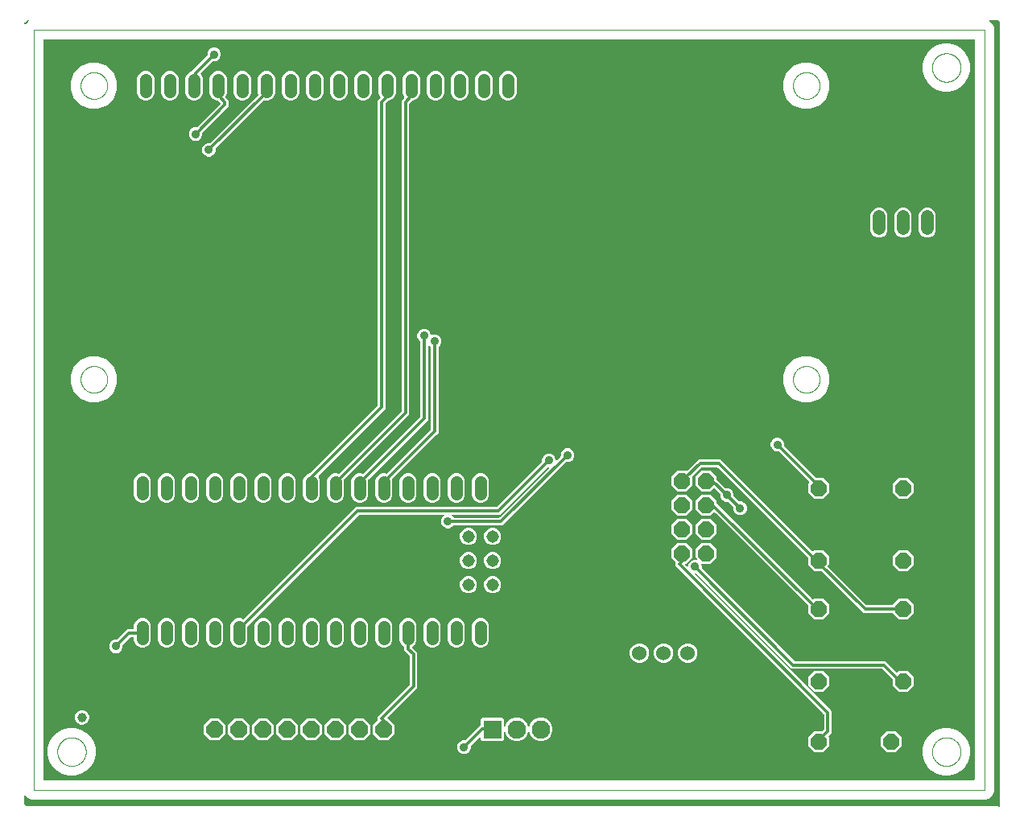
<source format=gtl>
G04 EAGLE Gerber RS-274X export*
G75*
%MOMM*%
%FSLAX34Y34*%
%LPD*%
%INTop Copper*%
%IPPOS*%
%AMOC8*
5,1,8,0,0,1.08239X$1,22.5*%
G01*
%ADD10C,0.000000*%
%ADD11P,1.924489X8X112.500000*%
%ADD12P,1.814519X8X112.500000*%
%ADD13P,1.814519X8X22.500000*%
%ADD14C,1.320800*%
%ADD15C,1.524000*%
%ADD16P,1.814519X8X292.500000*%
%ADD17C,1.308000*%
%ADD18C,1.308000*%
%ADD19R,1.930400X1.930400*%
%ADD20C,1.930400*%
%ADD21C,0.304800*%
%ADD22C,0.914400*%
%ADD23C,1.006400*%

G36*
X989098Y10164D02*
X989098Y10164D01*
X989117Y10162D01*
X989219Y10184D01*
X989321Y10200D01*
X989338Y10210D01*
X989358Y10214D01*
X989447Y10267D01*
X989538Y10316D01*
X989552Y10330D01*
X989569Y10340D01*
X989636Y10419D01*
X989708Y10494D01*
X989716Y10512D01*
X989729Y10527D01*
X989768Y10623D01*
X989811Y10717D01*
X989813Y10737D01*
X989821Y10755D01*
X989839Y10922D01*
X989839Y789078D01*
X989836Y789098D01*
X989838Y789117D01*
X989816Y789219D01*
X989800Y789321D01*
X989790Y789338D01*
X989786Y789358D01*
X989733Y789447D01*
X989684Y789538D01*
X989670Y789552D01*
X989660Y789569D01*
X989581Y789636D01*
X989506Y789708D01*
X989488Y789716D01*
X989473Y789729D01*
X989377Y789768D01*
X989283Y789811D01*
X989263Y789813D01*
X989245Y789821D01*
X989078Y789839D01*
X10922Y789839D01*
X10902Y789836D01*
X10883Y789838D01*
X10781Y789816D01*
X10679Y789800D01*
X10662Y789790D01*
X10642Y789786D01*
X10553Y789733D01*
X10462Y789684D01*
X10448Y789670D01*
X10431Y789660D01*
X10364Y789581D01*
X10292Y789506D01*
X10284Y789488D01*
X10271Y789473D01*
X10232Y789377D01*
X10189Y789283D01*
X10187Y789263D01*
X10179Y789245D01*
X10161Y789078D01*
X10161Y10922D01*
X10164Y10902D01*
X10162Y10883D01*
X10184Y10781D01*
X10200Y10679D01*
X10210Y10662D01*
X10214Y10642D01*
X10267Y10553D01*
X10316Y10462D01*
X10330Y10448D01*
X10340Y10431D01*
X10419Y10364D01*
X10494Y10292D01*
X10512Y10284D01*
X10527Y10271D01*
X10623Y10232D01*
X10717Y10189D01*
X10737Y10187D01*
X10755Y10179D01*
X10922Y10161D01*
X989078Y10161D01*
X989098Y10164D01*
G37*
G36*
X1015646Y-18542D02*
X1015646Y-18542D01*
X1015698Y-18541D01*
X1015765Y-18516D01*
X1015835Y-18501D01*
X1015880Y-18474D01*
X1015929Y-18456D01*
X1015985Y-18411D01*
X1016046Y-18374D01*
X1016080Y-18335D01*
X1016121Y-18302D01*
X1016160Y-18242D01*
X1016206Y-18188D01*
X1016226Y-18139D01*
X1016254Y-18095D01*
X1016271Y-18026D01*
X1016298Y-17959D01*
X1016306Y-17888D01*
X1016314Y-17857D01*
X1016312Y-17834D01*
X1016317Y-17793D01*
X1016317Y808114D01*
X1016302Y808204D01*
X1016295Y808295D01*
X1016282Y808324D01*
X1016277Y808356D01*
X1016234Y808437D01*
X1016199Y808521D01*
X1016173Y808553D01*
X1016162Y808574D01*
X1016139Y808596D01*
X1016094Y808652D01*
X1014836Y809909D01*
X1014763Y809962D01*
X1014693Y810022D01*
X1014663Y810034D01*
X1014637Y810053D01*
X1014550Y810080D01*
X1014465Y810114D01*
X1014424Y810118D01*
X1014402Y810125D01*
X1014369Y810124D01*
X1014298Y810132D01*
X1005917Y810132D01*
X1005821Y810117D01*
X1005724Y810107D01*
X1005700Y810097D01*
X1005674Y810093D01*
X1005588Y810047D01*
X1005499Y810007D01*
X1005480Y809990D01*
X1005457Y809977D01*
X1005390Y809907D01*
X1005318Y809841D01*
X1005305Y809818D01*
X1005287Y809799D01*
X1005246Y809711D01*
X1005199Y809625D01*
X1005195Y809600D01*
X1005184Y809576D01*
X1005173Y809479D01*
X1005156Y809383D01*
X1005160Y809357D01*
X1005157Y809332D01*
X1005177Y809237D01*
X1005191Y809140D01*
X1005203Y809117D01*
X1005209Y809091D01*
X1005259Y809008D01*
X1005303Y808921D01*
X1005322Y808902D01*
X1005335Y808880D01*
X1005409Y808817D01*
X1005479Y808749D01*
X1005507Y808733D01*
X1005522Y808720D01*
X1005553Y808708D01*
X1005626Y808668D01*
X1005756Y808614D01*
X1008614Y805756D01*
X1010161Y802021D01*
X1010161Y-2021D01*
X1008614Y-5756D01*
X1005756Y-8614D01*
X1002021Y-10161D01*
X-2021Y-10161D01*
X-5756Y-8614D01*
X-8339Y-6030D01*
X-8397Y-5989D01*
X-8449Y-5939D01*
X-8497Y-5917D01*
X-8539Y-5887D01*
X-8607Y-5866D01*
X-8672Y-5836D01*
X-8724Y-5830D01*
X-8774Y-5815D01*
X-8846Y-5816D01*
X-8917Y-5808D01*
X-8968Y-5820D01*
X-9020Y-5821D01*
X-9087Y-5846D01*
X-9157Y-5861D01*
X-9202Y-5887D01*
X-9251Y-5905D01*
X-9307Y-5950D01*
X-9368Y-5987D01*
X-9402Y-6026D01*
X-9443Y-6059D01*
X-9482Y-6119D01*
X-9528Y-6174D01*
X-9548Y-6222D01*
X-9576Y-6266D01*
X-9593Y-6335D01*
X-9620Y-6402D01*
X-9628Y-6473D01*
X-9636Y-6504D01*
X-9634Y-6528D01*
X-9639Y-6569D01*
X-9639Y-15253D01*
X-9624Y-15343D01*
X-9617Y-15434D01*
X-9604Y-15463D01*
X-9599Y-15495D01*
X-9556Y-15576D01*
X-9520Y-15660D01*
X-9495Y-15692D01*
X-9484Y-15713D01*
X-9460Y-15735D01*
X-9416Y-15791D01*
X-8146Y-17061D01*
X-8072Y-17114D01*
X-8002Y-17174D01*
X-7972Y-17186D01*
X-7946Y-17205D01*
X-7859Y-17231D01*
X-7774Y-17265D01*
X-7733Y-17270D01*
X-7711Y-17277D01*
X-7679Y-17276D01*
X-7607Y-17284D01*
X1013970Y-17284D01*
X1015017Y-18331D01*
X1015075Y-18373D01*
X1015127Y-18422D01*
X1015175Y-18444D01*
X1015217Y-18475D01*
X1015285Y-18496D01*
X1015351Y-18526D01*
X1015402Y-18532D01*
X1015452Y-18547D01*
X1015524Y-18545D01*
X1015595Y-18553D01*
X1015646Y-18542D01*
G37*
%LPC*%
G36*
X820976Y39877D02*
X820976Y39877D01*
X814577Y46276D01*
X814577Y55324D01*
X820976Y61723D01*
X829597Y61723D01*
X829687Y61737D01*
X829778Y61745D01*
X829808Y61757D01*
X829840Y61762D01*
X829920Y61805D01*
X830004Y61841D01*
X830036Y61867D01*
X830057Y61878D01*
X830079Y61901D01*
X830135Y61946D01*
X831118Y62929D01*
X831171Y63003D01*
X831231Y63072D01*
X831243Y63102D01*
X831262Y63128D01*
X831289Y63215D01*
X831323Y63300D01*
X831327Y63341D01*
X831334Y63364D01*
X831333Y63396D01*
X831341Y63467D01*
X831341Y79027D01*
X831327Y79117D01*
X831319Y79208D01*
X831307Y79238D01*
X831302Y79270D01*
X831259Y79350D01*
X831223Y79434D01*
X831197Y79466D01*
X831186Y79487D01*
X831163Y79509D01*
X831118Y79565D01*
X674877Y235806D01*
X674877Y239174D01*
X675045Y239341D01*
X675057Y239358D01*
X675072Y239370D01*
X675128Y239457D01*
X675189Y239541D01*
X675194Y239560D01*
X675205Y239577D01*
X675230Y239677D01*
X675261Y239776D01*
X675260Y239796D01*
X675265Y239815D01*
X675257Y239918D01*
X675255Y240022D01*
X675248Y240041D01*
X675246Y240061D01*
X675206Y240155D01*
X675170Y240253D01*
X675158Y240269D01*
X675150Y240287D01*
X675045Y240418D01*
X671067Y244396D01*
X671067Y253444D01*
X677466Y259843D01*
X686514Y259843D01*
X692913Y253444D01*
X692913Y244396D01*
X686514Y237997D01*
X686021Y237997D01*
X685950Y237986D01*
X685878Y237984D01*
X685829Y237966D01*
X685778Y237958D01*
X685715Y237924D01*
X685647Y237899D01*
X685607Y237867D01*
X685561Y237842D01*
X685511Y237791D01*
X685455Y237746D01*
X685427Y237702D01*
X685391Y237664D01*
X685361Y237599D01*
X685322Y237539D01*
X685310Y237488D01*
X685288Y237441D01*
X685280Y237370D01*
X685262Y237300D01*
X685266Y237248D01*
X685261Y237197D01*
X685276Y237126D01*
X685282Y237055D01*
X685302Y237007D01*
X685313Y236956D01*
X685350Y236895D01*
X685378Y236829D01*
X685423Y236773D01*
X685439Y236745D01*
X685447Y236738D01*
X685449Y236735D01*
X685461Y236725D01*
X685483Y236698D01*
X687294Y234887D01*
X687352Y234845D01*
X687404Y234795D01*
X687451Y234773D01*
X687493Y234743D01*
X687562Y234722D01*
X687627Y234692D01*
X687679Y234686D01*
X687729Y234671D01*
X687800Y234673D01*
X687871Y234665D01*
X687922Y234676D01*
X687974Y234677D01*
X688042Y234702D01*
X688112Y234717D01*
X688156Y234744D01*
X688205Y234762D01*
X688261Y234806D01*
X688323Y234843D01*
X688357Y234883D01*
X688397Y234915D01*
X688436Y234976D01*
X688483Y235030D01*
X688502Y235078D01*
X688530Y235122D01*
X688548Y235192D01*
X688575Y235258D01*
X688583Y235330D01*
X688591Y235361D01*
X688589Y235384D01*
X688593Y235425D01*
X688593Y236111D01*
X689676Y238725D01*
X691677Y240726D01*
X694291Y241809D01*
X697216Y241809D01*
X697287Y241820D01*
X697359Y241822D01*
X697408Y241840D01*
X697459Y241848D01*
X697522Y241882D01*
X697590Y241907D01*
X697630Y241939D01*
X697677Y241964D01*
X697726Y242016D01*
X697782Y242060D01*
X697810Y242104D01*
X697846Y242142D01*
X697876Y242207D01*
X697915Y242267D01*
X697928Y242318D01*
X697950Y242365D01*
X697957Y242436D01*
X697975Y242506D01*
X697971Y242558D01*
X697977Y242609D01*
X697961Y242680D01*
X697956Y242751D01*
X697935Y242799D01*
X697924Y242850D01*
X697888Y242911D01*
X697859Y242977D01*
X697815Y243033D01*
X697798Y243061D01*
X697780Y243076D01*
X697755Y243108D01*
X696467Y244396D01*
X696467Y253444D01*
X702866Y259843D01*
X711914Y259843D01*
X718313Y253444D01*
X718313Y244396D01*
X711914Y237997D01*
X703177Y237997D01*
X703131Y237990D01*
X703085Y237992D01*
X703011Y237970D01*
X702934Y237958D01*
X702893Y237936D01*
X702849Y237923D01*
X702785Y237879D01*
X702716Y237842D01*
X702685Y237809D01*
X702647Y237783D01*
X702601Y237721D01*
X702547Y237664D01*
X702528Y237622D01*
X702500Y237586D01*
X702476Y237512D01*
X702443Y237441D01*
X702438Y237395D01*
X702424Y237352D01*
X702425Y237274D01*
X702416Y237197D01*
X702426Y237152D01*
X702427Y237106D01*
X702465Y236974D01*
X702469Y236956D01*
X702471Y236952D01*
X702473Y236947D01*
X702473Y236946D01*
X702473Y236945D01*
X702819Y236111D01*
X702819Y233647D01*
X702833Y233557D01*
X702841Y233466D01*
X702853Y233436D01*
X702858Y233404D01*
X702901Y233324D01*
X702937Y233240D01*
X702963Y233208D01*
X702974Y233187D01*
X702997Y233165D01*
X703042Y233109D01*
X800545Y135606D01*
X800619Y135553D01*
X800688Y135493D01*
X800718Y135481D01*
X800744Y135462D01*
X800831Y135435D01*
X800916Y135401D01*
X800957Y135397D01*
X800980Y135390D01*
X801012Y135391D01*
X801083Y135383D01*
X895764Y135383D01*
X907361Y123785D01*
X907378Y123773D01*
X907390Y123758D01*
X907477Y123702D01*
X907561Y123641D01*
X907580Y123636D01*
X907597Y123625D01*
X907697Y123600D01*
X907796Y123569D01*
X907816Y123570D01*
X907835Y123565D01*
X907938Y123573D01*
X908042Y123575D01*
X908061Y123582D01*
X908081Y123584D01*
X908176Y123624D01*
X908273Y123660D01*
X908289Y123672D01*
X908307Y123680D01*
X908438Y123785D01*
X909876Y125223D01*
X918924Y125223D01*
X925323Y118824D01*
X925323Y109776D01*
X918924Y103377D01*
X909876Y103377D01*
X903477Y109776D01*
X903477Y115857D01*
X903463Y115947D01*
X903455Y116038D01*
X903443Y116068D01*
X903438Y116100D01*
X903395Y116180D01*
X903359Y116264D01*
X903333Y116296D01*
X903322Y116317D01*
X903299Y116339D01*
X903254Y116395D01*
X892619Y127030D01*
X892545Y127083D01*
X892476Y127143D01*
X892446Y127155D01*
X892420Y127174D01*
X892333Y127201D01*
X892248Y127235D01*
X892207Y127239D01*
X892184Y127246D01*
X892152Y127245D01*
X892081Y127253D01*
X797400Y127253D01*
X697293Y227360D01*
X697219Y227413D01*
X697150Y227473D01*
X697120Y227485D01*
X697094Y227504D01*
X697007Y227531D01*
X696922Y227565D01*
X696881Y227569D01*
X696858Y227576D01*
X696826Y227575D01*
X696755Y227583D01*
X696435Y227583D01*
X696364Y227572D01*
X696292Y227570D01*
X696244Y227552D01*
X696192Y227544D01*
X696129Y227510D01*
X696061Y227485D01*
X696021Y227453D01*
X695975Y227428D01*
X695925Y227376D01*
X695869Y227332D01*
X695841Y227288D01*
X695805Y227250D01*
X695775Y227185D01*
X695736Y227125D01*
X695724Y227074D01*
X695702Y227027D01*
X695694Y226956D01*
X695676Y226886D01*
X695680Y226834D01*
X695675Y226783D01*
X695690Y226712D01*
X695696Y226641D01*
X695716Y226593D01*
X695727Y226542D01*
X695764Y226481D01*
X695792Y226415D01*
X695837Y226359D01*
X695853Y226331D01*
X695871Y226316D01*
X695897Y226284D01*
X839471Y82710D01*
X839471Y59784D01*
X836867Y57180D01*
X836255Y56569D01*
X836243Y56552D01*
X836228Y56540D01*
X836198Y56493D01*
X836182Y56477D01*
X836169Y56450D01*
X836111Y56369D01*
X836106Y56350D01*
X836095Y56333D01*
X836070Y56233D01*
X836039Y56134D01*
X836040Y56114D01*
X836035Y56095D01*
X836043Y55992D01*
X836045Y55888D01*
X836052Y55869D01*
X836054Y55849D01*
X836094Y55754D01*
X836130Y55657D01*
X836142Y55641D01*
X836150Y55623D01*
X836255Y55492D01*
X836423Y55324D01*
X836423Y46276D01*
X830024Y39877D01*
X820976Y39877D01*
G37*
%LPD*%
%LPC*%
G36*
X214094Y149479D02*
X214094Y149479D01*
X210756Y150862D01*
X208202Y153416D01*
X206819Y156754D01*
X206819Y173446D01*
X208202Y176784D01*
X210756Y179338D01*
X214094Y180721D01*
X217706Y180721D01*
X220605Y179520D01*
X220719Y179493D01*
X220832Y179465D01*
X220838Y179465D01*
X220845Y179464D01*
X220961Y179475D01*
X221077Y179484D01*
X221083Y179486D01*
X221089Y179487D01*
X221197Y179535D01*
X221304Y179580D01*
X221310Y179585D01*
X221314Y179587D01*
X221328Y179600D01*
X221435Y179685D01*
X336580Y294831D01*
X339184Y297435D01*
X486951Y297435D01*
X487041Y297449D01*
X487132Y297457D01*
X487162Y297469D01*
X487194Y297474D01*
X487274Y297517D01*
X487358Y297553D01*
X487390Y297579D01*
X487411Y297590D01*
X487433Y297613D01*
X487489Y297658D01*
X534700Y344869D01*
X534753Y344943D01*
X534813Y345012D01*
X534825Y345042D01*
X534844Y345068D01*
X534871Y345155D01*
X534905Y345240D01*
X534909Y345281D01*
X534916Y345303D01*
X534915Y345336D01*
X534923Y345407D01*
X534923Y347871D01*
X536006Y350485D01*
X538007Y352486D01*
X540621Y353569D01*
X543451Y353569D01*
X546065Y352486D01*
X548066Y350485D01*
X549149Y347871D01*
X549149Y347185D01*
X549160Y347114D01*
X549162Y347042D01*
X549180Y346994D01*
X549188Y346942D01*
X549222Y346879D01*
X549247Y346811D01*
X549279Y346771D01*
X549304Y346725D01*
X549356Y346675D01*
X549400Y346619D01*
X549444Y346591D01*
X549482Y346555D01*
X549547Y346525D01*
X549607Y346486D01*
X549658Y346474D01*
X549705Y346452D01*
X549776Y346444D01*
X549846Y346426D01*
X549898Y346430D01*
X549949Y346425D01*
X550020Y346440D01*
X550091Y346446D01*
X550139Y346466D01*
X550190Y346477D01*
X550251Y346514D01*
X550317Y346542D01*
X550373Y346587D01*
X550401Y346603D01*
X550416Y346621D01*
X550448Y346647D01*
X554258Y350457D01*
X554311Y350531D01*
X554371Y350600D01*
X554383Y350630D01*
X554402Y350656D01*
X554429Y350744D01*
X554463Y350828D01*
X554467Y350869D01*
X554474Y350892D01*
X554473Y350924D01*
X554481Y350995D01*
X554481Y353459D01*
X555564Y356073D01*
X557565Y358074D01*
X560179Y359157D01*
X563009Y359157D01*
X565623Y358074D01*
X567624Y356073D01*
X568707Y353459D01*
X568707Y350629D01*
X567624Y348015D01*
X565623Y346014D01*
X563009Y344931D01*
X560545Y344931D01*
X560455Y344917D01*
X560364Y344909D01*
X560334Y344897D01*
X560302Y344892D01*
X560222Y344849D01*
X560138Y344813D01*
X560106Y344787D01*
X560085Y344776D01*
X560063Y344753D01*
X560007Y344708D01*
X493428Y278129D01*
X442173Y278129D01*
X442083Y278115D01*
X441992Y278107D01*
X441963Y278095D01*
X441931Y278090D01*
X441850Y278047D01*
X441766Y278011D01*
X441734Y277985D01*
X441713Y277974D01*
X441691Y277951D01*
X441635Y277906D01*
X439893Y276164D01*
X437279Y275081D01*
X434449Y275081D01*
X431835Y276164D01*
X429834Y278165D01*
X428751Y280779D01*
X428751Y283609D01*
X429834Y286223D01*
X431617Y288006D01*
X431659Y288064D01*
X431708Y288116D01*
X431730Y288163D01*
X431760Y288205D01*
X431781Y288274D01*
X431812Y288339D01*
X431817Y288391D01*
X431833Y288441D01*
X431831Y288512D01*
X431839Y288583D01*
X431828Y288634D01*
X431826Y288686D01*
X431802Y288754D01*
X431787Y288824D01*
X431760Y288869D01*
X431742Y288917D01*
X431697Y288973D01*
X431660Y289035D01*
X431621Y289069D01*
X431588Y289109D01*
X431528Y289148D01*
X431473Y289195D01*
X431425Y289214D01*
X431381Y289242D01*
X431312Y289260D01*
X431245Y289287D01*
X431174Y289295D01*
X431143Y289303D01*
X431119Y289301D01*
X431079Y289305D01*
X342867Y289305D01*
X342777Y289291D01*
X342686Y289283D01*
X342656Y289271D01*
X342624Y289266D01*
X342544Y289223D01*
X342460Y289187D01*
X342428Y289161D01*
X342407Y289150D01*
X342385Y289127D01*
X342329Y289082D01*
X225204Y171957D01*
X225151Y171883D01*
X225091Y171814D01*
X225079Y171784D01*
X225060Y171758D01*
X225033Y171671D01*
X224999Y171586D01*
X224995Y171545D01*
X224988Y171523D01*
X224989Y171490D01*
X224981Y171419D01*
X224981Y156754D01*
X223598Y153416D01*
X221044Y150862D01*
X217706Y149479D01*
X214094Y149479D01*
G37*
%LPD*%
%LPC*%
G36*
X315694Y301879D02*
X315694Y301879D01*
X312356Y303262D01*
X309802Y305816D01*
X308419Y309154D01*
X308419Y325846D01*
X309802Y329184D01*
X312356Y331738D01*
X315694Y333121D01*
X319306Y333121D01*
X320589Y332590D01*
X320702Y332563D01*
X320816Y332534D01*
X320822Y332535D01*
X320828Y332533D01*
X320945Y332544D01*
X321061Y332553D01*
X321067Y332556D01*
X321073Y332556D01*
X321180Y332604D01*
X321287Y332650D01*
X321293Y332654D01*
X321298Y332656D01*
X321311Y332669D01*
X321418Y332755D01*
X386872Y398209D01*
X386925Y398283D01*
X386985Y398352D01*
X386997Y398382D01*
X387016Y398408D01*
X387043Y398495D01*
X387077Y398580D01*
X387081Y398621D01*
X387088Y398644D01*
X387087Y398676D01*
X387095Y398747D01*
X387095Y725330D01*
X389903Y728138D01*
X389915Y728154D01*
X389931Y728167D01*
X389987Y728254D01*
X390047Y728338D01*
X390053Y728357D01*
X390064Y728373D01*
X390089Y728474D01*
X390119Y728573D01*
X390119Y728593D01*
X390124Y728612D01*
X390116Y728715D01*
X390113Y728819D01*
X390106Y728837D01*
X390105Y728857D01*
X390064Y728952D01*
X390029Y729050D01*
X390016Y729065D01*
X390008Y729084D01*
X389903Y729214D01*
X389802Y729316D01*
X388419Y732654D01*
X388419Y749346D01*
X389802Y752684D01*
X392356Y755238D01*
X395694Y756621D01*
X399306Y756621D01*
X402644Y755238D01*
X405198Y752684D01*
X406581Y749346D01*
X406581Y732654D01*
X405198Y729316D01*
X402644Y726762D01*
X399306Y725379D01*
X398957Y725379D01*
X398867Y725365D01*
X398776Y725357D01*
X398746Y725345D01*
X398714Y725340D01*
X398634Y725297D01*
X398550Y725261D01*
X398517Y725235D01*
X398497Y725224D01*
X398475Y725201D01*
X398419Y725156D01*
X398209Y724946D01*
X395448Y722185D01*
X395395Y722111D01*
X395335Y722042D01*
X395323Y722012D01*
X395304Y721986D01*
X395277Y721899D01*
X395243Y721814D01*
X395239Y721773D01*
X395232Y721750D01*
X395233Y721718D01*
X395225Y721647D01*
X395225Y395064D01*
X326772Y326612D01*
X326704Y326517D01*
X326634Y326423D01*
X326632Y326417D01*
X326629Y326412D01*
X326594Y326300D01*
X326558Y326189D01*
X326558Y326183D01*
X326556Y326177D01*
X326559Y326060D01*
X326561Y325943D01*
X326563Y325936D01*
X326563Y325931D01*
X326569Y325914D01*
X326581Y325874D01*
X326581Y309154D01*
X325198Y305816D01*
X322644Y303262D01*
X319306Y301879D01*
X315694Y301879D01*
G37*
%LPD*%
%LPC*%
G36*
X290294Y301879D02*
X290294Y301879D01*
X286956Y303262D01*
X284402Y305816D01*
X283019Y309154D01*
X283019Y325846D01*
X284402Y329184D01*
X286956Y331738D01*
X290294Y333121D01*
X290735Y333121D01*
X290825Y333135D01*
X290916Y333143D01*
X290946Y333155D01*
X290978Y333160D01*
X291058Y333203D01*
X291142Y333239D01*
X291174Y333265D01*
X291195Y333276D01*
X291216Y333297D01*
X291218Y333298D01*
X291222Y333303D01*
X291273Y333344D01*
X291909Y333980D01*
X361726Y403797D01*
X361779Y403871D01*
X361839Y403940D01*
X361851Y403970D01*
X361870Y403996D01*
X361897Y404083D01*
X361931Y404168D01*
X361935Y404209D01*
X361942Y404231D01*
X361941Y404264D01*
X361949Y404335D01*
X361949Y725330D01*
X364630Y728011D01*
X364642Y728027D01*
X364658Y728040D01*
X364714Y728127D01*
X364774Y728211D01*
X364780Y728230D01*
X364791Y728246D01*
X364816Y728347D01*
X364846Y728446D01*
X364846Y728466D01*
X364851Y728485D01*
X364843Y728588D01*
X364840Y728692D01*
X364833Y728710D01*
X364832Y728730D01*
X364791Y728825D01*
X364756Y728923D01*
X364743Y728938D01*
X364735Y728956D01*
X364630Y729087D01*
X364402Y729316D01*
X363019Y732654D01*
X363019Y749346D01*
X364402Y752684D01*
X366956Y755238D01*
X370294Y756621D01*
X373906Y756621D01*
X377244Y755238D01*
X379798Y752684D01*
X381181Y749346D01*
X381181Y732654D01*
X379798Y729316D01*
X377244Y726762D01*
X373906Y725379D01*
X373811Y725379D01*
X373721Y725365D01*
X373630Y725357D01*
X373600Y725345D01*
X373568Y725340D01*
X373488Y725297D01*
X373404Y725261D01*
X373371Y725235D01*
X373351Y725224D01*
X373329Y725201D01*
X373273Y725156D01*
X373063Y724946D01*
X370302Y722185D01*
X370249Y722111D01*
X370189Y722042D01*
X370177Y722012D01*
X370158Y721986D01*
X370131Y721899D01*
X370097Y721814D01*
X370093Y721773D01*
X370086Y721750D01*
X370087Y721718D01*
X370079Y721647D01*
X370079Y400652D01*
X367475Y398048D01*
X299743Y330316D01*
X299731Y330300D01*
X299715Y330287D01*
X299659Y330200D01*
X299599Y330116D01*
X299593Y330097D01*
X299582Y330081D01*
X299557Y329980D01*
X299527Y329881D01*
X299527Y329861D01*
X299522Y329842D01*
X299530Y329739D01*
X299533Y329635D01*
X299540Y329617D01*
X299541Y329597D01*
X299582Y329502D01*
X299617Y329404D01*
X299630Y329389D01*
X299638Y329370D01*
X299743Y329240D01*
X299798Y329184D01*
X301181Y325846D01*
X301181Y309154D01*
X299798Y305816D01*
X297244Y303262D01*
X293906Y301879D01*
X290294Y301879D01*
G37*
%LPD*%
%LPC*%
G36*
X341094Y301879D02*
X341094Y301879D01*
X337756Y303262D01*
X335202Y305816D01*
X333819Y309154D01*
X333819Y325846D01*
X335202Y329184D01*
X337756Y331738D01*
X341094Y333121D01*
X344706Y333121D01*
X345809Y332664D01*
X345923Y332637D01*
X346036Y332609D01*
X346042Y332609D01*
X346048Y332608D01*
X346165Y332619D01*
X346281Y332628D01*
X346287Y332630D01*
X346293Y332631D01*
X346401Y332679D01*
X346508Y332724D01*
X346513Y332729D01*
X346518Y332731D01*
X346532Y332744D01*
X346639Y332829D01*
X406430Y392621D01*
X406483Y392695D01*
X406543Y392764D01*
X406555Y392794D01*
X406574Y392820D01*
X406601Y392907D01*
X406635Y392992D01*
X406639Y393033D01*
X406646Y393056D01*
X406645Y393088D01*
X406653Y393159D01*
X406653Y471464D01*
X406639Y471555D01*
X406631Y471645D01*
X406619Y471675D01*
X406614Y471707D01*
X406571Y471788D01*
X406535Y471872D01*
X406509Y471904D01*
X406498Y471925D01*
X406475Y471947D01*
X406430Y472003D01*
X404688Y473745D01*
X403605Y476359D01*
X403605Y479189D01*
X404688Y481803D01*
X406689Y483804D01*
X409303Y484887D01*
X412133Y484887D01*
X414747Y483804D01*
X416748Y481803D01*
X417888Y479050D01*
X417899Y479033D01*
X417904Y479013D01*
X417963Y478928D01*
X418018Y478840D01*
X418033Y478828D01*
X418045Y478811D01*
X418127Y478750D01*
X418207Y478684D01*
X418226Y478676D01*
X418242Y478665D01*
X418340Y478633D01*
X418437Y478595D01*
X418457Y478595D01*
X418476Y478588D01*
X418580Y478589D01*
X418683Y478585D01*
X418702Y478591D01*
X418722Y478591D01*
X418883Y478638D01*
X420479Y479299D01*
X423309Y479299D01*
X425923Y478216D01*
X427924Y476215D01*
X429007Y473601D01*
X429007Y470771D01*
X427924Y468157D01*
X426182Y466415D01*
X426129Y466341D01*
X426069Y466271D01*
X426057Y466241D01*
X426038Y466215D01*
X426011Y466128D01*
X425977Y466043D01*
X425973Y466002D01*
X425966Y465980D01*
X425967Y465948D01*
X425959Y465876D01*
X425959Y375506D01*
X423355Y372902D01*
X377423Y326971D01*
X377355Y326876D01*
X377285Y326782D01*
X377284Y326776D01*
X377280Y326771D01*
X377246Y326660D01*
X377209Y326548D01*
X377209Y326542D01*
X377208Y326536D01*
X377211Y326420D01*
X377212Y326303D01*
X377214Y326295D01*
X377214Y326290D01*
X377220Y326273D01*
X377258Y326141D01*
X377381Y325846D01*
X377381Y309154D01*
X375998Y305816D01*
X373444Y303262D01*
X370106Y301879D01*
X366494Y301879D01*
X363156Y303262D01*
X360602Y305816D01*
X359219Y309154D01*
X359219Y325846D01*
X360602Y329184D01*
X363156Y331738D01*
X366494Y333121D01*
X370106Y333121D01*
X371029Y332738D01*
X371142Y332712D01*
X371256Y332683D01*
X371263Y332684D01*
X371269Y332682D01*
X371385Y332693D01*
X371502Y332702D01*
X371507Y332705D01*
X371514Y332705D01*
X371622Y332753D01*
X371728Y332799D01*
X371734Y332803D01*
X371738Y332805D01*
X371752Y332818D01*
X371859Y332903D01*
X417606Y378651D01*
X417659Y378725D01*
X417719Y378794D01*
X417731Y378824D01*
X417750Y378850D01*
X417777Y378937D01*
X417811Y379022D01*
X417815Y379063D01*
X417822Y379086D01*
X417821Y379118D01*
X417829Y379189D01*
X417829Y465876D01*
X417815Y465967D01*
X417807Y466057D01*
X417795Y466087D01*
X417790Y466119D01*
X417747Y466200D01*
X417711Y466284D01*
X417685Y466316D01*
X417674Y466337D01*
X417651Y466359D01*
X417606Y466415D01*
X416082Y467939D01*
X416024Y467981D01*
X415972Y468030D01*
X415925Y468052D01*
X415883Y468082D01*
X415814Y468103D01*
X415749Y468134D01*
X415697Y468139D01*
X415647Y468155D01*
X415576Y468153D01*
X415505Y468161D01*
X415454Y468150D01*
X415402Y468148D01*
X415334Y468124D01*
X415264Y468109D01*
X415219Y468082D01*
X415171Y468064D01*
X415115Y468019D01*
X415053Y467982D01*
X415019Y467943D01*
X414979Y467910D01*
X414940Y467850D01*
X414893Y467795D01*
X414874Y467747D01*
X414846Y467703D01*
X414828Y467634D01*
X414801Y467567D01*
X414793Y467496D01*
X414785Y467465D01*
X414787Y467441D01*
X414783Y467401D01*
X414783Y389476D01*
X412179Y386872D01*
X352098Y326791D01*
X352050Y326725D01*
X352046Y326720D01*
X352044Y326716D01*
X352030Y326697D01*
X351960Y326603D01*
X351958Y326597D01*
X351954Y326592D01*
X351920Y326480D01*
X351884Y326369D01*
X351884Y326363D01*
X351882Y326357D01*
X351885Y326240D01*
X351886Y326123D01*
X351888Y326116D01*
X351888Y326111D01*
X351895Y326093D01*
X351933Y325962D01*
X351981Y325846D01*
X351981Y309154D01*
X350598Y305816D01*
X348044Y303262D01*
X344706Y301879D01*
X341094Y301879D01*
G37*
%LPD*%
%LPC*%
G36*
X909876Y179577D02*
X909876Y179577D01*
X903749Y185704D01*
X903675Y185757D01*
X903605Y185817D01*
X903575Y185829D01*
X903549Y185848D01*
X903462Y185875D01*
X903377Y185909D01*
X903336Y185913D01*
X903314Y185920D01*
X903282Y185919D01*
X903210Y185927D01*
X872838Y185927D01*
X828611Y230154D01*
X828537Y230207D01*
X828468Y230267D01*
X828438Y230279D01*
X828412Y230298D01*
X828325Y230325D01*
X828240Y230359D01*
X828199Y230363D01*
X828176Y230370D01*
X828144Y230369D01*
X828073Y230377D01*
X820976Y230377D01*
X814577Y236776D01*
X814577Y243873D01*
X814563Y243963D01*
X814555Y244054D01*
X814543Y244084D01*
X814538Y244116D01*
X814495Y244196D01*
X814459Y244280D01*
X814433Y244312D01*
X814422Y244333D01*
X814399Y244355D01*
X814354Y244411D01*
X719391Y339374D01*
X719317Y339427D01*
X719248Y339487D01*
X719218Y339499D01*
X719192Y339518D01*
X719105Y339545D01*
X719020Y339579D01*
X718979Y339583D01*
X718957Y339590D01*
X718924Y339589D01*
X718853Y339597D01*
X703293Y339597D01*
X703203Y339583D01*
X703112Y339575D01*
X703082Y339563D01*
X703050Y339558D01*
X702970Y339515D01*
X702886Y339479D01*
X702854Y339453D01*
X702833Y339442D01*
X702811Y339419D01*
X702755Y339374D01*
X693136Y329755D01*
X693083Y329681D01*
X693023Y329612D01*
X693011Y329582D01*
X692992Y329556D01*
X692965Y329469D01*
X692931Y329384D01*
X692927Y329343D01*
X692920Y329321D01*
X692921Y329288D01*
X692913Y329217D01*
X692913Y320596D01*
X686514Y314197D01*
X677466Y314197D01*
X671067Y320596D01*
X671067Y329644D01*
X677466Y336043D01*
X686514Y336043D01*
X686682Y335875D01*
X686698Y335863D01*
X686711Y335848D01*
X686798Y335792D01*
X686882Y335731D01*
X686901Y335726D01*
X686918Y335715D01*
X687018Y335690D01*
X687117Y335659D01*
X687137Y335660D01*
X687156Y335655D01*
X687259Y335663D01*
X687363Y335665D01*
X687382Y335672D01*
X687401Y335674D01*
X687496Y335714D01*
X687594Y335750D01*
X687609Y335762D01*
X687628Y335770D01*
X687759Y335875D01*
X699610Y347727D01*
X722536Y347727D01*
X725140Y345123D01*
X818969Y251293D01*
X818986Y251281D01*
X818998Y251266D01*
X819085Y251210D01*
X819169Y251149D01*
X819188Y251144D01*
X819205Y251133D01*
X819305Y251108D01*
X819404Y251077D01*
X819424Y251078D01*
X819443Y251073D01*
X819546Y251081D01*
X819650Y251083D01*
X819669Y251090D01*
X819689Y251092D01*
X819783Y251132D01*
X819881Y251168D01*
X819897Y251180D01*
X819915Y251188D01*
X820046Y251293D01*
X820976Y252223D01*
X830024Y252223D01*
X836423Y245824D01*
X836423Y236776D01*
X835493Y235846D01*
X835481Y235830D01*
X835466Y235817D01*
X835410Y235730D01*
X835349Y235646D01*
X835344Y235627D01*
X835333Y235610D01*
X835308Y235510D01*
X835277Y235411D01*
X835278Y235391D01*
X835273Y235372D01*
X835281Y235269D01*
X835283Y235165D01*
X835290Y235146D01*
X835292Y235127D01*
X835332Y235032D01*
X835368Y234934D01*
X835380Y234919D01*
X835388Y234900D01*
X835493Y234769D01*
X875983Y194280D01*
X876057Y194227D01*
X876126Y194167D01*
X876156Y194155D01*
X876182Y194136D01*
X876269Y194109D01*
X876354Y194075D01*
X876395Y194071D01*
X876418Y194064D01*
X876450Y194065D01*
X876521Y194057D01*
X902716Y194057D01*
X902736Y194060D01*
X902755Y194058D01*
X902857Y194080D01*
X902959Y194096D01*
X902976Y194106D01*
X902996Y194110D01*
X903085Y194163D01*
X903176Y194212D01*
X903190Y194226D01*
X903207Y194236D01*
X903274Y194315D01*
X903346Y194390D01*
X903354Y194408D01*
X903367Y194423D01*
X903406Y194519D01*
X903449Y194613D01*
X903451Y194633D01*
X903459Y194651D01*
X903477Y194818D01*
X903477Y195024D01*
X909876Y201423D01*
X918924Y201423D01*
X925323Y195024D01*
X925323Y185976D01*
X918924Y179577D01*
X909876Y179577D01*
G37*
%LPD*%
%LPC*%
G36*
X956688Y734839D02*
X956688Y734839D01*
X950288Y736554D01*
X944551Y739866D01*
X939866Y744551D01*
X936554Y750288D01*
X934839Y756688D01*
X934839Y763312D01*
X936554Y769712D01*
X939866Y775449D01*
X944551Y780134D01*
X950288Y783446D01*
X956688Y785161D01*
X963312Y785161D01*
X969712Y783446D01*
X975449Y780134D01*
X980134Y775449D01*
X983446Y769712D01*
X985161Y763312D01*
X985161Y756688D01*
X983446Y750288D01*
X980134Y744551D01*
X975449Y739866D01*
X969712Y736554D01*
X963312Y734839D01*
X956688Y734839D01*
G37*
%LPD*%
%LPC*%
G36*
X956688Y14839D02*
X956688Y14839D01*
X950288Y16554D01*
X944551Y19866D01*
X939866Y24551D01*
X936554Y30288D01*
X934839Y36688D01*
X934839Y43312D01*
X936554Y49712D01*
X939866Y55449D01*
X944551Y60134D01*
X950288Y63446D01*
X956688Y65161D01*
X963312Y65161D01*
X969712Y63446D01*
X975449Y60134D01*
X980134Y55449D01*
X983446Y49712D01*
X985161Y43312D01*
X985161Y36688D01*
X983446Y30288D01*
X980134Y24551D01*
X975449Y19866D01*
X969712Y16554D01*
X963312Y14839D01*
X956688Y14839D01*
G37*
%LPD*%
%LPC*%
G36*
X36688Y14839D02*
X36688Y14839D01*
X30288Y16554D01*
X24551Y19866D01*
X19866Y24551D01*
X16554Y30288D01*
X14839Y36688D01*
X14839Y43312D01*
X16554Y49712D01*
X19866Y55449D01*
X24551Y60134D01*
X30288Y63446D01*
X36688Y65161D01*
X43312Y65161D01*
X49712Y63446D01*
X55449Y60134D01*
X60134Y55449D01*
X63446Y49712D01*
X65161Y43312D01*
X65161Y36688D01*
X63446Y30288D01*
X60134Y24551D01*
X55449Y19866D01*
X49712Y16554D01*
X43312Y14839D01*
X36688Y14839D01*
G37*
%LPD*%
%LPC*%
G36*
X820976Y179577D02*
X820976Y179577D01*
X814577Y185976D01*
X814577Y193581D01*
X814563Y193671D01*
X814555Y193762D01*
X814543Y193792D01*
X814538Y193824D01*
X814495Y193904D01*
X814459Y193988D01*
X814433Y194020D01*
X814422Y194041D01*
X814399Y194063D01*
X814354Y194119D01*
X716334Y292140D01*
X716317Y292152D01*
X716305Y292167D01*
X716218Y292223D01*
X716134Y292284D01*
X716115Y292289D01*
X716098Y292300D01*
X715998Y292325D01*
X715899Y292356D01*
X715879Y292355D01*
X715860Y292360D01*
X715757Y292352D01*
X715653Y292350D01*
X715634Y292343D01*
X715614Y292341D01*
X715520Y292301D01*
X715422Y292265D01*
X715406Y292253D01*
X715388Y292245D01*
X715257Y292140D01*
X711914Y288797D01*
X702866Y288797D01*
X696467Y295196D01*
X696467Y304244D01*
X702866Y310643D01*
X711914Y310643D01*
X718313Y304244D01*
X718313Y301973D01*
X718327Y301883D01*
X718335Y301792D01*
X718347Y301762D01*
X718352Y301730D01*
X718395Y301650D01*
X718431Y301566D01*
X718457Y301533D01*
X718468Y301513D01*
X718491Y301491D01*
X718536Y301435D01*
X719552Y300419D01*
X819223Y200747D01*
X819240Y200735D01*
X819252Y200720D01*
X819339Y200664D01*
X819423Y200603D01*
X819442Y200598D01*
X819459Y200587D01*
X819559Y200562D01*
X819658Y200531D01*
X819678Y200532D01*
X819697Y200527D01*
X819800Y200535D01*
X819904Y200537D01*
X819923Y200544D01*
X819943Y200546D01*
X820037Y200586D01*
X820135Y200622D01*
X820151Y200634D01*
X820169Y200642D01*
X820300Y200747D01*
X820976Y201423D01*
X830024Y201423D01*
X836423Y195024D01*
X836423Y185976D01*
X830024Y179577D01*
X820976Y179577D01*
G37*
%LPD*%
%LPC*%
G36*
X451213Y37591D02*
X451213Y37591D01*
X448599Y38674D01*
X446598Y40675D01*
X445515Y43289D01*
X445515Y46119D01*
X446598Y48733D01*
X448599Y50734D01*
X451213Y51817D01*
X453677Y51817D01*
X453767Y51831D01*
X453858Y51839D01*
X453888Y51851D01*
X453920Y51856D01*
X454000Y51899D01*
X454084Y51935D01*
X454116Y51961D01*
X454137Y51972D01*
X454159Y51995D01*
X454215Y52040D01*
X470184Y68009D01*
X470237Y68083D01*
X470297Y68152D01*
X470309Y68182D01*
X470328Y68208D01*
X470355Y68295D01*
X470389Y68380D01*
X470393Y68421D01*
X470400Y68444D01*
X470399Y68476D01*
X470407Y68547D01*
X470407Y74204D01*
X471896Y75693D01*
X493304Y75693D01*
X494793Y74204D01*
X494793Y67303D01*
X494808Y67207D01*
X494818Y67110D01*
X494828Y67086D01*
X494832Y67060D01*
X494878Y66974D01*
X494918Y66885D01*
X494935Y66866D01*
X494948Y66843D01*
X495018Y66776D01*
X495084Y66704D01*
X495107Y66692D01*
X495126Y66673D01*
X495214Y66632D01*
X495300Y66586D01*
X495325Y66581D01*
X495349Y66570D01*
X495446Y66559D01*
X495542Y66542D01*
X495568Y66546D01*
X495593Y66543D01*
X495689Y66563D01*
X495785Y66578D01*
X495808Y66589D01*
X495834Y66595D01*
X495917Y66645D01*
X496004Y66689D01*
X496023Y66708D01*
X496045Y66721D01*
X496108Y66795D01*
X496176Y66865D01*
X496192Y66893D01*
X496205Y66908D01*
X496217Y66939D01*
X496257Y67012D01*
X497664Y70407D01*
X501093Y73836D01*
X505575Y75693D01*
X510425Y75693D01*
X514907Y73836D01*
X518336Y70407D01*
X519997Y66399D01*
X520034Y66338D01*
X520064Y66272D01*
X520099Y66234D01*
X520126Y66189D01*
X520181Y66144D01*
X520230Y66091D01*
X520276Y66066D01*
X520316Y66033D01*
X520383Y66007D01*
X520446Y65972D01*
X520497Y65963D01*
X520545Y65944D01*
X520617Y65941D01*
X520688Y65929D01*
X520739Y65936D01*
X520791Y65934D01*
X520860Y65954D01*
X520931Y65964D01*
X520977Y65988D01*
X521027Y66003D01*
X521086Y66043D01*
X521150Y66076D01*
X521187Y66113D01*
X521229Y66143D01*
X521272Y66200D01*
X521322Y66252D01*
X521357Y66314D01*
X521376Y66340D01*
X521383Y66362D01*
X521403Y66399D01*
X523064Y70407D01*
X526493Y73836D01*
X530975Y75693D01*
X535825Y75693D01*
X540307Y73836D01*
X543736Y70407D01*
X545593Y65925D01*
X545593Y61075D01*
X543736Y56593D01*
X540307Y53164D01*
X535825Y51307D01*
X530975Y51307D01*
X526493Y53164D01*
X523064Y56593D01*
X521403Y60601D01*
X521365Y60662D01*
X521336Y60728D01*
X521301Y60766D01*
X521274Y60811D01*
X521218Y60856D01*
X521170Y60909D01*
X521124Y60934D01*
X521084Y60967D01*
X521017Y60993D01*
X520954Y61028D01*
X520903Y61037D01*
X520855Y61056D01*
X520783Y61059D01*
X520712Y61071D01*
X520661Y61064D01*
X520609Y61066D01*
X520540Y61046D01*
X520469Y61036D01*
X520423Y61012D01*
X520373Y60997D01*
X520314Y60957D01*
X520250Y60924D01*
X520213Y60887D01*
X520171Y60857D01*
X520128Y60800D01*
X520078Y60748D01*
X520043Y60686D01*
X520024Y60660D01*
X520017Y60638D01*
X519997Y60601D01*
X518336Y56593D01*
X514907Y53164D01*
X510425Y51307D01*
X505575Y51307D01*
X501093Y53164D01*
X497664Y56593D01*
X496257Y59988D01*
X496206Y60071D01*
X496160Y60157D01*
X496142Y60175D01*
X496128Y60197D01*
X496052Y60260D01*
X495982Y60327D01*
X495958Y60338D01*
X495938Y60354D01*
X495847Y60389D01*
X495759Y60430D01*
X495733Y60433D01*
X495709Y60442D01*
X495611Y60447D01*
X495515Y60457D01*
X495489Y60452D01*
X495463Y60453D01*
X495369Y60426D01*
X495274Y60405D01*
X495252Y60392D01*
X495227Y60384D01*
X495147Y60329D01*
X495063Y60279D01*
X495046Y60259D01*
X495025Y60244D01*
X494966Y60166D01*
X494903Y60092D01*
X494893Y60068D01*
X494878Y60047D01*
X494848Y59954D01*
X494811Y59864D01*
X494808Y59831D01*
X494802Y59813D01*
X494802Y59780D01*
X494793Y59697D01*
X494793Y52796D01*
X493304Y51307D01*
X471896Y51307D01*
X470407Y52796D01*
X470407Y54897D01*
X470396Y54968D01*
X470394Y55040D01*
X470376Y55088D01*
X470368Y55140D01*
X470334Y55203D01*
X470309Y55271D01*
X470277Y55311D01*
X470252Y55357D01*
X470200Y55407D01*
X470156Y55463D01*
X470112Y55491D01*
X470074Y55527D01*
X470009Y55557D01*
X469949Y55596D01*
X469898Y55608D01*
X469851Y55630D01*
X469780Y55638D01*
X469710Y55656D01*
X469658Y55652D01*
X469607Y55657D01*
X469536Y55642D01*
X469465Y55636D01*
X469417Y55616D01*
X469366Y55605D01*
X469305Y55568D01*
X469239Y55540D01*
X469183Y55495D01*
X469155Y55479D01*
X469140Y55461D01*
X469108Y55435D01*
X459964Y46291D01*
X459911Y46217D01*
X459851Y46148D01*
X459839Y46118D01*
X459820Y46092D01*
X459793Y46005D01*
X459759Y45920D01*
X459755Y45879D01*
X459748Y45856D01*
X459749Y45824D01*
X459741Y45753D01*
X459741Y43289D01*
X458658Y40675D01*
X456657Y38674D01*
X454043Y37591D01*
X451213Y37591D01*
G37*
%LPD*%
%LPC*%
G36*
X807894Y716839D02*
X807894Y716839D01*
X799014Y720518D01*
X792218Y727314D01*
X788539Y736194D01*
X788539Y745806D01*
X792218Y754686D01*
X799014Y761482D01*
X807894Y765161D01*
X817506Y765161D01*
X826386Y761482D01*
X833182Y754686D01*
X836861Y745806D01*
X836861Y736194D01*
X833182Y727314D01*
X826386Y720518D01*
X817506Y716839D01*
X807894Y716839D01*
G37*
%LPD*%
%LPC*%
G36*
X58694Y716839D02*
X58694Y716839D01*
X49814Y720518D01*
X43018Y727314D01*
X39339Y736194D01*
X39339Y745806D01*
X43018Y754686D01*
X49814Y761482D01*
X58694Y765161D01*
X68306Y765161D01*
X77186Y761482D01*
X83982Y754686D01*
X87661Y745806D01*
X87661Y736194D01*
X83982Y727314D01*
X77186Y720518D01*
X68306Y716839D01*
X58694Y716839D01*
G37*
%LPD*%
%LPC*%
G36*
X58694Y407639D02*
X58694Y407639D01*
X49814Y411318D01*
X43018Y418114D01*
X39339Y426994D01*
X39339Y436606D01*
X43018Y445486D01*
X49814Y452282D01*
X58694Y455961D01*
X68306Y455961D01*
X77186Y452282D01*
X83982Y445486D01*
X87661Y436606D01*
X87661Y426994D01*
X83982Y418114D01*
X77186Y411318D01*
X68306Y407639D01*
X58694Y407639D01*
G37*
%LPD*%
%LPC*%
G36*
X807894Y407639D02*
X807894Y407639D01*
X799014Y411318D01*
X792218Y418114D01*
X788539Y426994D01*
X788539Y436606D01*
X792218Y445486D01*
X799014Y452282D01*
X807894Y455961D01*
X817506Y455961D01*
X826386Y452282D01*
X833182Y445486D01*
X836861Y436606D01*
X836861Y426994D01*
X833182Y418114D01*
X826386Y411318D01*
X817506Y407639D01*
X807894Y407639D01*
G37*
%LPD*%
%LPC*%
G36*
X363565Y52069D02*
X363565Y52069D01*
X356869Y58765D01*
X356869Y68235D01*
X361726Y73092D01*
X361779Y73166D01*
X361839Y73235D01*
X361851Y73265D01*
X361870Y73291D01*
X361897Y73379D01*
X361931Y73463D01*
X361935Y73504D01*
X361942Y73527D01*
X361941Y73559D01*
X361949Y73630D01*
X361949Y77122D01*
X395254Y110427D01*
X395307Y110501D01*
X395367Y110570D01*
X395379Y110600D01*
X395398Y110626D01*
X395425Y110713D01*
X395459Y110798D01*
X395463Y110839D01*
X395470Y110862D01*
X395469Y110894D01*
X395477Y110965D01*
X395477Y140495D01*
X395463Y140585D01*
X395455Y140676D01*
X395443Y140706D01*
X395438Y140738D01*
X395395Y140818D01*
X395359Y140902D01*
X395333Y140934D01*
X395322Y140955D01*
X395299Y140977D01*
X395254Y141033D01*
X389889Y146398D01*
X389889Y149801D01*
X389870Y149916D01*
X389853Y150032D01*
X389851Y150037D01*
X389850Y150044D01*
X389795Y150146D01*
X389742Y150251D01*
X389737Y150256D01*
X389734Y150261D01*
X389650Y150341D01*
X389566Y150423D01*
X389560Y150427D01*
X389556Y150430D01*
X389539Y150438D01*
X389419Y150504D01*
X388556Y150862D01*
X386002Y153416D01*
X384619Y156754D01*
X384619Y173446D01*
X386002Y176784D01*
X388556Y179338D01*
X391894Y180721D01*
X395506Y180721D01*
X398844Y179338D01*
X401398Y176784D01*
X402781Y173446D01*
X402781Y156754D01*
X401398Y153416D01*
X398844Y150862D01*
X398538Y150735D01*
X398499Y150711D01*
X398456Y150695D01*
X398395Y150647D01*
X398329Y150605D01*
X398300Y150570D01*
X398264Y150541D01*
X398222Y150476D01*
X398172Y150416D01*
X398156Y150373D01*
X398131Y150334D01*
X398112Y150259D01*
X398084Y150186D01*
X398082Y150140D01*
X398071Y150096D01*
X398077Y150018D01*
X398073Y149941D01*
X398086Y149896D01*
X398090Y149851D01*
X398120Y149779D01*
X398142Y149704D01*
X398168Y149667D01*
X398186Y149624D01*
X398272Y149518D01*
X398282Y149502D01*
X398286Y149499D01*
X398291Y149493D01*
X401003Y146782D01*
X403607Y144178D01*
X403607Y107282D01*
X372555Y76230D01*
X372513Y76172D01*
X372463Y76120D01*
X372441Y76073D01*
X372411Y76031D01*
X372390Y75962D01*
X372360Y75897D01*
X372354Y75845D01*
X372339Y75795D01*
X372341Y75724D01*
X372333Y75653D01*
X372344Y75602D01*
X372345Y75550D01*
X372370Y75482D01*
X372385Y75412D01*
X372412Y75367D01*
X372430Y75319D01*
X372474Y75263D01*
X372511Y75201D01*
X372551Y75167D01*
X372583Y75127D01*
X372644Y75088D01*
X372698Y75041D01*
X372746Y75022D01*
X372790Y74994D01*
X372860Y74976D01*
X372926Y74949D01*
X372998Y74941D01*
X373029Y74933D01*
X373032Y74934D01*
X379731Y68235D01*
X379731Y58765D01*
X373035Y52069D01*
X363565Y52069D01*
G37*
%LPD*%
%LPC*%
G36*
X182989Y666241D02*
X182989Y666241D01*
X180375Y667324D01*
X178374Y669325D01*
X177291Y671939D01*
X177291Y674769D01*
X178374Y677383D01*
X180375Y679384D01*
X182989Y680467D01*
X185453Y680467D01*
X185543Y680481D01*
X185634Y680489D01*
X185664Y680501D01*
X185696Y680506D01*
X185776Y680549D01*
X185860Y680585D01*
X185892Y680611D01*
X185913Y680622D01*
X185935Y680645D01*
X185991Y680690D01*
X236227Y730925D01*
X236295Y731020D01*
X236365Y731114D01*
X236367Y731120D01*
X236370Y731125D01*
X236405Y731236D01*
X236441Y731348D01*
X236441Y731354D01*
X236443Y731360D01*
X236440Y731477D01*
X236438Y731594D01*
X236436Y731601D01*
X236436Y731606D01*
X236430Y731623D01*
X236392Y731755D01*
X236019Y732654D01*
X236019Y749346D01*
X237402Y752684D01*
X239956Y755238D01*
X243294Y756621D01*
X246906Y756621D01*
X250244Y755238D01*
X252798Y752684D01*
X254181Y749346D01*
X254181Y732654D01*
X252798Y729316D01*
X250244Y726762D01*
X246906Y725379D01*
X243294Y725379D01*
X242975Y725512D01*
X242861Y725538D01*
X242747Y725567D01*
X242741Y725566D01*
X242735Y725568D01*
X242619Y725557D01*
X242502Y725548D01*
X242496Y725545D01*
X242490Y725545D01*
X242382Y725497D01*
X242276Y725451D01*
X242270Y725447D01*
X242265Y725445D01*
X242251Y725432D01*
X242145Y725346D01*
X191740Y674941D01*
X191687Y674867D01*
X191627Y674798D01*
X191615Y674768D01*
X191596Y674742D01*
X191569Y674655D01*
X191535Y674570D01*
X191531Y674529D01*
X191524Y674506D01*
X191525Y674474D01*
X191517Y674403D01*
X191517Y671939D01*
X190434Y669325D01*
X188433Y667324D01*
X185819Y666241D01*
X182989Y666241D01*
G37*
%LPD*%
%LPC*%
G36*
X169019Y683005D02*
X169019Y683005D01*
X166405Y684088D01*
X164404Y686089D01*
X163321Y688703D01*
X163321Y691533D01*
X164404Y694147D01*
X166405Y696148D01*
X169019Y697231D01*
X171483Y697231D01*
X171573Y697245D01*
X171664Y697253D01*
X171694Y697265D01*
X171726Y697270D01*
X171806Y697313D01*
X171890Y697349D01*
X171922Y697375D01*
X171943Y697386D01*
X171965Y697409D01*
X172021Y697454D01*
X196278Y721711D01*
X196290Y721727D01*
X196306Y721739D01*
X196362Y721827D01*
X196422Y721910D01*
X196428Y721929D01*
X196439Y721946D01*
X196464Y722047D01*
X196494Y722146D01*
X196494Y722165D01*
X196499Y722185D01*
X196491Y722288D01*
X196488Y722391D01*
X196481Y722410D01*
X196479Y722430D01*
X196439Y722525D01*
X196403Y722622D01*
X196391Y722638D01*
X196383Y722656D01*
X196278Y722787D01*
X193909Y725156D01*
X193835Y725209D01*
X193766Y725269D01*
X193736Y725281D01*
X193710Y725300D01*
X193623Y725327D01*
X193538Y725361D01*
X193497Y725365D01*
X193474Y725372D01*
X193442Y725371D01*
X193371Y725379D01*
X192494Y725379D01*
X189156Y726762D01*
X186602Y729316D01*
X185219Y732654D01*
X185219Y749346D01*
X186602Y752684D01*
X189156Y755238D01*
X192494Y756621D01*
X196106Y756621D01*
X199444Y755238D01*
X201998Y752684D01*
X203381Y749346D01*
X203381Y732654D01*
X201973Y729254D01*
X201964Y729216D01*
X201955Y729199D01*
X201952Y729166D01*
X201946Y729141D01*
X201917Y729027D01*
X201918Y729021D01*
X201916Y729015D01*
X201927Y728898D01*
X201937Y728782D01*
X201939Y728776D01*
X201940Y728770D01*
X201987Y728662D01*
X202033Y728556D01*
X202038Y728550D01*
X202040Y728545D01*
X202052Y728531D01*
X202138Y728425D01*
X205233Y725330D01*
X205233Y719168D01*
X177770Y691705D01*
X177717Y691631D01*
X177657Y691562D01*
X177645Y691532D01*
X177626Y691506D01*
X177599Y691419D01*
X177565Y691334D01*
X177561Y691293D01*
X177554Y691270D01*
X177555Y691238D01*
X177547Y691167D01*
X177547Y688703D01*
X176464Y686089D01*
X174463Y684088D01*
X171849Y683005D01*
X169019Y683005D01*
G37*
%LPD*%
%LPC*%
G36*
X820976Y306577D02*
X820976Y306577D01*
X814577Y312976D01*
X814577Y322024D01*
X815634Y323081D01*
X815646Y323097D01*
X815661Y323110D01*
X815717Y323197D01*
X815778Y323281D01*
X815783Y323300D01*
X815794Y323317D01*
X815819Y323417D01*
X815850Y323516D01*
X815849Y323536D01*
X815854Y323555D01*
X815846Y323658D01*
X815844Y323762D01*
X815837Y323781D01*
X815835Y323800D01*
X815795Y323895D01*
X815759Y323993D01*
X815747Y324008D01*
X815739Y324027D01*
X815634Y324158D01*
X783907Y355884D01*
X783833Y355937D01*
X783764Y355997D01*
X783734Y356009D01*
X783708Y356028D01*
X783621Y356055D01*
X783536Y356089D01*
X783495Y356093D01*
X783472Y356100D01*
X783440Y356099D01*
X783369Y356107D01*
X780905Y356107D01*
X778291Y357190D01*
X776290Y359191D01*
X775207Y361805D01*
X775207Y364635D01*
X776290Y367249D01*
X778291Y369250D01*
X780905Y370333D01*
X783735Y370333D01*
X786349Y369250D01*
X788350Y367249D01*
X789433Y364635D01*
X789433Y362171D01*
X789447Y362081D01*
X789455Y361990D01*
X789467Y361960D01*
X789472Y361928D01*
X789515Y361848D01*
X789551Y361764D01*
X789577Y361732D01*
X789588Y361711D01*
X789611Y361689D01*
X789656Y361633D01*
X822643Y328646D01*
X822717Y328593D01*
X822786Y328533D01*
X822816Y328521D01*
X822842Y328502D01*
X822929Y328475D01*
X823014Y328441D01*
X823055Y328437D01*
X823077Y328430D01*
X823110Y328431D01*
X823181Y328423D01*
X830024Y328423D01*
X836423Y322024D01*
X836423Y312976D01*
X830024Y306577D01*
X820976Y306577D01*
G37*
%LPD*%
%LPC*%
G36*
X741789Y289051D02*
X741789Y289051D01*
X739175Y290134D01*
X737174Y292135D01*
X736091Y294749D01*
X736091Y297213D01*
X736077Y297303D01*
X736069Y297394D01*
X736057Y297424D01*
X736052Y297456D01*
X736009Y297536D01*
X735973Y297620D01*
X735947Y297652D01*
X735936Y297673D01*
X735913Y297695D01*
X735868Y297751D01*
X730821Y302798D01*
X730747Y302851D01*
X730678Y302911D01*
X730648Y302923D01*
X730622Y302942D01*
X730535Y302969D01*
X730450Y303003D01*
X730409Y303007D01*
X730386Y303014D01*
X730354Y303013D01*
X730283Y303021D01*
X727819Y303021D01*
X725205Y304104D01*
X723204Y306105D01*
X722121Y308719D01*
X722121Y311183D01*
X722107Y311273D01*
X722099Y311364D01*
X722087Y311394D01*
X722082Y311426D01*
X722039Y311506D01*
X722003Y311590D01*
X721977Y311622D01*
X721966Y311643D01*
X721943Y311665D01*
X721898Y311721D01*
X716207Y317413D01*
X716190Y317425D01*
X716178Y317440D01*
X716091Y317496D01*
X716007Y317557D01*
X715988Y317562D01*
X715971Y317573D01*
X715871Y317598D01*
X715772Y317629D01*
X715752Y317628D01*
X715733Y317633D01*
X715630Y317625D01*
X715526Y317623D01*
X715507Y317616D01*
X715487Y317614D01*
X715392Y317574D01*
X715295Y317538D01*
X715279Y317526D01*
X715261Y317518D01*
X715130Y317413D01*
X711914Y314197D01*
X702866Y314197D01*
X696467Y320596D01*
X696467Y329644D01*
X702866Y336043D01*
X711914Y336043D01*
X718313Y329644D01*
X718313Y327119D01*
X718327Y327029D01*
X718335Y326938D01*
X718347Y326908D01*
X718352Y326876D01*
X718395Y326796D01*
X718431Y326712D01*
X718457Y326680D01*
X718468Y326659D01*
X718491Y326637D01*
X718536Y326581D01*
X727647Y317470D01*
X727721Y317417D01*
X727790Y317357D01*
X727820Y317345D01*
X727846Y317326D01*
X727933Y317299D01*
X728018Y317265D01*
X728059Y317261D01*
X728082Y317254D01*
X728114Y317255D01*
X728185Y317247D01*
X730649Y317247D01*
X733263Y316164D01*
X735264Y314163D01*
X736347Y311549D01*
X736347Y309085D01*
X736361Y308995D01*
X736369Y308904D01*
X736381Y308874D01*
X736386Y308842D01*
X736429Y308762D01*
X736465Y308678D01*
X736491Y308646D01*
X736502Y308625D01*
X736525Y308603D01*
X736570Y308547D01*
X741617Y303500D01*
X741691Y303447D01*
X741760Y303387D01*
X741790Y303375D01*
X741816Y303356D01*
X741903Y303329D01*
X741988Y303295D01*
X742029Y303291D01*
X742052Y303284D01*
X742084Y303285D01*
X742155Y303277D01*
X744619Y303277D01*
X747233Y302194D01*
X749234Y300193D01*
X750317Y297579D01*
X750317Y294749D01*
X749234Y292135D01*
X747233Y290134D01*
X744619Y289051D01*
X741789Y289051D01*
G37*
%LPD*%
%LPC*%
G36*
X167094Y725379D02*
X167094Y725379D01*
X163756Y726762D01*
X161202Y729316D01*
X159819Y732654D01*
X159819Y749346D01*
X161202Y752684D01*
X163756Y755238D01*
X166668Y756444D01*
X166724Y756479D01*
X166784Y756505D01*
X166837Y756547D01*
X166849Y756553D01*
X166856Y756561D01*
X166877Y756574D01*
X166890Y756589D01*
X166915Y756609D01*
X182656Y772351D01*
X182709Y772425D01*
X182769Y772494D01*
X182781Y772524D01*
X182800Y772550D01*
X182827Y772637D01*
X182861Y772722D01*
X182865Y772763D01*
X182872Y772786D01*
X182871Y772818D01*
X182879Y772889D01*
X182879Y775353D01*
X183962Y777967D01*
X185963Y779968D01*
X188577Y781051D01*
X191407Y781051D01*
X194021Y779968D01*
X196022Y777967D01*
X197105Y775353D01*
X197105Y772523D01*
X196022Y769909D01*
X194021Y767908D01*
X191407Y766825D01*
X188943Y766825D01*
X188853Y766811D01*
X188762Y766803D01*
X188732Y766791D01*
X188700Y766786D01*
X188620Y766743D01*
X188536Y766707D01*
X188504Y766681D01*
X188483Y766670D01*
X188461Y766647D01*
X188405Y766602D01*
X176081Y754278D01*
X176069Y754262D01*
X176053Y754250D01*
X175997Y754162D01*
X175937Y754078D01*
X175931Y754059D01*
X175920Y754043D01*
X175895Y753942D01*
X175865Y753843D01*
X175865Y753823D01*
X175860Y753804D01*
X175868Y753701D01*
X175871Y753597D01*
X175878Y753579D01*
X175879Y753559D01*
X175920Y753464D01*
X175955Y753366D01*
X175968Y753351D01*
X175976Y753333D01*
X176081Y753202D01*
X176598Y752684D01*
X177981Y749346D01*
X177981Y732654D01*
X176598Y729316D01*
X174044Y726762D01*
X170706Y725379D01*
X167094Y725379D01*
G37*
%LPD*%
%LPC*%
G36*
X85199Y143763D02*
X85199Y143763D01*
X82585Y144846D01*
X80584Y146847D01*
X79501Y149461D01*
X79501Y152291D01*
X80584Y154905D01*
X82585Y156906D01*
X85199Y157989D01*
X87663Y157989D01*
X87753Y158003D01*
X87844Y158011D01*
X87874Y158023D01*
X87906Y158028D01*
X87986Y158071D01*
X88070Y158107D01*
X88102Y158133D01*
X88123Y158144D01*
X88145Y158167D01*
X88201Y158212D01*
X98900Y168911D01*
X104458Y168911D01*
X104478Y168914D01*
X104497Y168912D01*
X104599Y168934D01*
X104701Y168950D01*
X104718Y168960D01*
X104738Y168964D01*
X104827Y169017D01*
X104918Y169066D01*
X104932Y169080D01*
X104949Y169090D01*
X105016Y169169D01*
X105088Y169244D01*
X105096Y169262D01*
X105109Y169277D01*
X105148Y169373D01*
X105191Y169467D01*
X105193Y169487D01*
X105201Y169505D01*
X105219Y169672D01*
X105219Y173446D01*
X106602Y176784D01*
X109156Y179338D01*
X112494Y180721D01*
X116106Y180721D01*
X119444Y179338D01*
X121998Y176784D01*
X123381Y173446D01*
X123381Y156754D01*
X121998Y153416D01*
X119444Y150862D01*
X116106Y149479D01*
X112494Y149479D01*
X109156Y150862D01*
X106602Y153416D01*
X105219Y156754D01*
X105219Y160020D01*
X105216Y160040D01*
X105218Y160059D01*
X105196Y160161D01*
X105180Y160263D01*
X105170Y160280D01*
X105166Y160300D01*
X105113Y160389D01*
X105064Y160480D01*
X105050Y160494D01*
X105040Y160511D01*
X104961Y160578D01*
X104886Y160650D01*
X104868Y160658D01*
X104853Y160671D01*
X104757Y160710D01*
X104663Y160753D01*
X104643Y160755D01*
X104625Y160763D01*
X104458Y160781D01*
X102583Y160781D01*
X102493Y160767D01*
X102402Y160759D01*
X102372Y160747D01*
X102340Y160742D01*
X102260Y160699D01*
X102176Y160663D01*
X102144Y160637D01*
X102123Y160626D01*
X102101Y160603D01*
X102045Y160558D01*
X93950Y152463D01*
X93901Y152396D01*
X93900Y152394D01*
X93899Y152392D01*
X93897Y152389D01*
X93837Y152320D01*
X93825Y152290D01*
X93806Y152264D01*
X93779Y152177D01*
X93745Y152092D01*
X93741Y152051D01*
X93734Y152028D01*
X93735Y151996D01*
X93727Y151925D01*
X93727Y149461D01*
X92644Y146847D01*
X90643Y144846D01*
X88029Y143763D01*
X85199Y143763D01*
G37*
%LPD*%
%LPC*%
G36*
X937981Y581151D02*
X937981Y581151D01*
X934620Y582543D01*
X932047Y585116D01*
X930655Y588477D01*
X930655Y605323D01*
X932047Y608684D01*
X934620Y611257D01*
X937981Y612649D01*
X941619Y612649D01*
X944980Y611257D01*
X947553Y608684D01*
X948945Y605323D01*
X948945Y588477D01*
X947553Y585116D01*
X944980Y582543D01*
X941619Y581151D01*
X937981Y581151D01*
G37*
%LPD*%
%LPC*%
G36*
X912581Y581151D02*
X912581Y581151D01*
X909220Y582543D01*
X906647Y585116D01*
X905255Y588477D01*
X905255Y605323D01*
X906647Y608684D01*
X909220Y611257D01*
X912581Y612649D01*
X916219Y612649D01*
X919580Y611257D01*
X922153Y608684D01*
X923545Y605323D01*
X923545Y588477D01*
X922153Y585116D01*
X919580Y582543D01*
X916219Y581151D01*
X912581Y581151D01*
G37*
%LPD*%
%LPC*%
G36*
X887181Y581151D02*
X887181Y581151D01*
X883820Y582543D01*
X881247Y585116D01*
X879855Y588477D01*
X879855Y605323D01*
X881247Y608684D01*
X883820Y611257D01*
X887181Y612649D01*
X890819Y612649D01*
X894180Y611257D01*
X896753Y608684D01*
X898145Y605323D01*
X898145Y588477D01*
X896753Y585116D01*
X894180Y582543D01*
X890819Y581151D01*
X887181Y581151D01*
G37*
%LPD*%
%LPC*%
G36*
X116294Y725379D02*
X116294Y725379D01*
X112956Y726762D01*
X110402Y729316D01*
X109019Y732654D01*
X109019Y749346D01*
X110402Y752684D01*
X112956Y755238D01*
X116294Y756621D01*
X119906Y756621D01*
X123244Y755238D01*
X125798Y752684D01*
X127181Y749346D01*
X127181Y732654D01*
X125798Y729316D01*
X123244Y726762D01*
X119906Y725379D01*
X116294Y725379D01*
G37*
%LPD*%
%LPC*%
G36*
X497294Y725379D02*
X497294Y725379D01*
X493956Y726762D01*
X491402Y729316D01*
X490019Y732654D01*
X490019Y749346D01*
X491402Y752684D01*
X493956Y755238D01*
X497294Y756621D01*
X500906Y756621D01*
X504244Y755238D01*
X506798Y752684D01*
X508181Y749346D01*
X508181Y732654D01*
X506798Y729316D01*
X504244Y726762D01*
X500906Y725379D01*
X497294Y725379D01*
G37*
%LPD*%
%LPC*%
G36*
X471894Y725379D02*
X471894Y725379D01*
X468556Y726762D01*
X466002Y729316D01*
X464619Y732654D01*
X464619Y749346D01*
X466002Y752684D01*
X468556Y755238D01*
X471894Y756621D01*
X475506Y756621D01*
X478844Y755238D01*
X481398Y752684D01*
X482781Y749346D01*
X482781Y732654D01*
X481398Y729316D01*
X478844Y726762D01*
X475506Y725379D01*
X471894Y725379D01*
G37*
%LPD*%
%LPC*%
G36*
X446494Y725379D02*
X446494Y725379D01*
X443156Y726762D01*
X440602Y729316D01*
X439219Y732654D01*
X439219Y749346D01*
X440602Y752684D01*
X443156Y755238D01*
X446494Y756621D01*
X450106Y756621D01*
X453444Y755238D01*
X455998Y752684D01*
X457381Y749346D01*
X457381Y732654D01*
X455998Y729316D01*
X453444Y726762D01*
X450106Y725379D01*
X446494Y725379D01*
G37*
%LPD*%
%LPC*%
G36*
X421094Y725379D02*
X421094Y725379D01*
X417756Y726762D01*
X415202Y729316D01*
X413819Y732654D01*
X413819Y749346D01*
X415202Y752684D01*
X417756Y755238D01*
X421094Y756621D01*
X424706Y756621D01*
X428044Y755238D01*
X430598Y752684D01*
X431981Y749346D01*
X431981Y732654D01*
X430598Y729316D01*
X428044Y726762D01*
X424706Y725379D01*
X421094Y725379D01*
G37*
%LPD*%
%LPC*%
G36*
X268694Y725379D02*
X268694Y725379D01*
X265356Y726762D01*
X262802Y729316D01*
X261419Y732654D01*
X261419Y749346D01*
X262802Y752684D01*
X265356Y755238D01*
X268694Y756621D01*
X272306Y756621D01*
X275644Y755238D01*
X278198Y752684D01*
X279581Y749346D01*
X279581Y732654D01*
X278198Y729316D01*
X275644Y726762D01*
X272306Y725379D01*
X268694Y725379D01*
G37*
%LPD*%
%LPC*%
G36*
X468094Y301879D02*
X468094Y301879D01*
X464756Y303262D01*
X462202Y305816D01*
X460819Y309154D01*
X460819Y325846D01*
X462202Y329184D01*
X464756Y331738D01*
X468094Y333121D01*
X471706Y333121D01*
X475044Y331738D01*
X477598Y329184D01*
X478981Y325846D01*
X478981Y309154D01*
X477598Y305816D01*
X475044Y303262D01*
X471706Y301879D01*
X468094Y301879D01*
G37*
%LPD*%
%LPC*%
G36*
X442694Y301879D02*
X442694Y301879D01*
X439356Y303262D01*
X436802Y305816D01*
X435419Y309154D01*
X435419Y325846D01*
X436802Y329184D01*
X439356Y331738D01*
X442694Y333121D01*
X446306Y333121D01*
X449644Y331738D01*
X452198Y329184D01*
X453581Y325846D01*
X453581Y309154D01*
X452198Y305816D01*
X449644Y303262D01*
X446306Y301879D01*
X442694Y301879D01*
G37*
%LPD*%
%LPC*%
G36*
X391894Y301879D02*
X391894Y301879D01*
X388556Y303262D01*
X386002Y305816D01*
X384619Y309154D01*
X384619Y325846D01*
X386002Y329184D01*
X388556Y331738D01*
X391894Y333121D01*
X395506Y333121D01*
X398844Y331738D01*
X401398Y329184D01*
X402781Y325846D01*
X402781Y309154D01*
X401398Y305816D01*
X398844Y303262D01*
X395506Y301879D01*
X391894Y301879D01*
G37*
%LPD*%
%LPC*%
G36*
X214094Y301879D02*
X214094Y301879D01*
X210756Y303262D01*
X208202Y305816D01*
X206819Y309154D01*
X206819Y325846D01*
X208202Y329184D01*
X210756Y331738D01*
X214094Y333121D01*
X217706Y333121D01*
X221044Y331738D01*
X223598Y329184D01*
X224981Y325846D01*
X224981Y309154D01*
X223598Y305816D01*
X221044Y303262D01*
X217706Y301879D01*
X214094Y301879D01*
G37*
%LPD*%
%LPC*%
G36*
X239494Y301879D02*
X239494Y301879D01*
X236156Y303262D01*
X233602Y305816D01*
X232219Y309154D01*
X232219Y325846D01*
X233602Y329184D01*
X236156Y331738D01*
X239494Y333121D01*
X243106Y333121D01*
X246444Y331738D01*
X248998Y329184D01*
X250381Y325846D01*
X250381Y309154D01*
X248998Y305816D01*
X246444Y303262D01*
X243106Y301879D01*
X239494Y301879D01*
G37*
%LPD*%
%LPC*%
G36*
X188694Y301879D02*
X188694Y301879D01*
X185356Y303262D01*
X182802Y305816D01*
X181419Y309154D01*
X181419Y325846D01*
X182802Y329184D01*
X185356Y331738D01*
X188694Y333121D01*
X192306Y333121D01*
X195644Y331738D01*
X198198Y329184D01*
X199581Y325846D01*
X199581Y309154D01*
X198198Y305816D01*
X195644Y303262D01*
X192306Y301879D01*
X188694Y301879D01*
G37*
%LPD*%
%LPC*%
G36*
X163294Y301879D02*
X163294Y301879D01*
X159956Y303262D01*
X157402Y305816D01*
X156019Y309154D01*
X156019Y325846D01*
X157402Y329184D01*
X159956Y331738D01*
X163294Y333121D01*
X166906Y333121D01*
X170244Y331738D01*
X172798Y329184D01*
X174181Y325846D01*
X174181Y309154D01*
X172798Y305816D01*
X170244Y303262D01*
X166906Y301879D01*
X163294Y301879D01*
G37*
%LPD*%
%LPC*%
G36*
X137894Y301879D02*
X137894Y301879D01*
X134556Y303262D01*
X132002Y305816D01*
X130619Y309154D01*
X130619Y325846D01*
X132002Y329184D01*
X134556Y331738D01*
X137894Y333121D01*
X141506Y333121D01*
X144844Y331738D01*
X147398Y329184D01*
X148781Y325846D01*
X148781Y309154D01*
X147398Y305816D01*
X144844Y303262D01*
X141506Y301879D01*
X137894Y301879D01*
G37*
%LPD*%
%LPC*%
G36*
X112494Y301879D02*
X112494Y301879D01*
X109156Y303262D01*
X106602Y305816D01*
X105219Y309154D01*
X105219Y325846D01*
X106602Y329184D01*
X109156Y331738D01*
X112494Y333121D01*
X116106Y333121D01*
X119444Y331738D01*
X121998Y329184D01*
X123381Y325846D01*
X123381Y309154D01*
X121998Y305816D01*
X119444Y303262D01*
X116106Y301879D01*
X112494Y301879D01*
G37*
%LPD*%
%LPC*%
G36*
X264894Y301879D02*
X264894Y301879D01*
X261556Y303262D01*
X259002Y305816D01*
X257619Y309154D01*
X257619Y325846D01*
X259002Y329184D01*
X261556Y331738D01*
X264894Y333121D01*
X268506Y333121D01*
X271844Y331738D01*
X274398Y329184D01*
X275781Y325846D01*
X275781Y309154D01*
X274398Y305816D01*
X271844Y303262D01*
X268506Y301879D01*
X264894Y301879D01*
G37*
%LPD*%
%LPC*%
G36*
X417294Y301879D02*
X417294Y301879D01*
X413956Y303262D01*
X411402Y305816D01*
X410019Y309154D01*
X410019Y325846D01*
X411402Y329184D01*
X413956Y331738D01*
X417294Y333121D01*
X420906Y333121D01*
X424244Y331738D01*
X426798Y329184D01*
X428181Y325846D01*
X428181Y309154D01*
X426798Y305816D01*
X424244Y303262D01*
X420906Y301879D01*
X417294Y301879D01*
G37*
%LPD*%
%LPC*%
G36*
X341094Y149479D02*
X341094Y149479D01*
X337756Y150862D01*
X335202Y153416D01*
X333819Y156754D01*
X333819Y173446D01*
X335202Y176784D01*
X337756Y179338D01*
X341094Y180721D01*
X344706Y180721D01*
X348044Y179338D01*
X350598Y176784D01*
X351981Y173446D01*
X351981Y156754D01*
X350598Y153416D01*
X348044Y150862D01*
X344706Y149479D01*
X341094Y149479D01*
G37*
%LPD*%
%LPC*%
G36*
X315694Y149479D02*
X315694Y149479D01*
X312356Y150862D01*
X309802Y153416D01*
X308419Y156754D01*
X308419Y173446D01*
X309802Y176784D01*
X312356Y179338D01*
X315694Y180721D01*
X319306Y180721D01*
X322644Y179338D01*
X325198Y176784D01*
X326581Y173446D01*
X326581Y156754D01*
X325198Y153416D01*
X322644Y150862D01*
X319306Y149479D01*
X315694Y149479D01*
G37*
%LPD*%
%LPC*%
G36*
X290294Y149479D02*
X290294Y149479D01*
X286956Y150862D01*
X284402Y153416D01*
X283019Y156754D01*
X283019Y173446D01*
X284402Y176784D01*
X286956Y179338D01*
X290294Y180721D01*
X293906Y180721D01*
X297244Y179338D01*
X299798Y176784D01*
X301181Y173446D01*
X301181Y156754D01*
X299798Y153416D01*
X297244Y150862D01*
X293906Y149479D01*
X290294Y149479D01*
G37*
%LPD*%
%LPC*%
G36*
X264894Y149479D02*
X264894Y149479D01*
X261556Y150862D01*
X259002Y153416D01*
X257619Y156754D01*
X257619Y173446D01*
X259002Y176784D01*
X261556Y179338D01*
X264894Y180721D01*
X268506Y180721D01*
X271844Y179338D01*
X274398Y176784D01*
X275781Y173446D01*
X275781Y156754D01*
X274398Y153416D01*
X271844Y150862D01*
X268506Y149479D01*
X264894Y149479D01*
G37*
%LPD*%
%LPC*%
G36*
X239494Y149479D02*
X239494Y149479D01*
X236156Y150862D01*
X233602Y153416D01*
X232219Y156754D01*
X232219Y173446D01*
X233602Y176784D01*
X236156Y179338D01*
X239494Y180721D01*
X243106Y180721D01*
X246444Y179338D01*
X248998Y176784D01*
X250381Y173446D01*
X250381Y156754D01*
X248998Y153416D01*
X246444Y150862D01*
X243106Y149479D01*
X239494Y149479D01*
G37*
%LPD*%
%LPC*%
G36*
X188694Y149479D02*
X188694Y149479D01*
X185356Y150862D01*
X182802Y153416D01*
X181419Y156754D01*
X181419Y173446D01*
X182802Y176784D01*
X185356Y179338D01*
X188694Y180721D01*
X192306Y180721D01*
X195644Y179338D01*
X198198Y176784D01*
X199581Y173446D01*
X199581Y156754D01*
X198198Y153416D01*
X195644Y150862D01*
X192306Y149479D01*
X188694Y149479D01*
G37*
%LPD*%
%LPC*%
G36*
X163294Y149479D02*
X163294Y149479D01*
X159956Y150862D01*
X157402Y153416D01*
X156019Y156754D01*
X156019Y173446D01*
X157402Y176784D01*
X159956Y179338D01*
X163294Y180721D01*
X166906Y180721D01*
X170244Y179338D01*
X172798Y176784D01*
X174181Y173446D01*
X174181Y156754D01*
X172798Y153416D01*
X170244Y150862D01*
X166906Y149479D01*
X163294Y149479D01*
G37*
%LPD*%
%LPC*%
G36*
X137894Y149479D02*
X137894Y149479D01*
X134556Y150862D01*
X132002Y153416D01*
X130619Y156754D01*
X130619Y173446D01*
X132002Y176784D01*
X134556Y179338D01*
X137894Y180721D01*
X141506Y180721D01*
X144844Y179338D01*
X147398Y176784D01*
X148781Y173446D01*
X148781Y156754D01*
X147398Y153416D01*
X144844Y150862D01*
X141506Y149479D01*
X137894Y149479D01*
G37*
%LPD*%
%LPC*%
G36*
X468094Y149479D02*
X468094Y149479D01*
X464756Y150862D01*
X462202Y153416D01*
X460819Y156754D01*
X460819Y173446D01*
X462202Y176784D01*
X464756Y179338D01*
X468094Y180721D01*
X471706Y180721D01*
X475044Y179338D01*
X477598Y176784D01*
X478981Y173446D01*
X478981Y156754D01*
X477598Y153416D01*
X475044Y150862D01*
X471706Y149479D01*
X468094Y149479D01*
G37*
%LPD*%
%LPC*%
G36*
X344894Y725379D02*
X344894Y725379D01*
X341556Y726762D01*
X339002Y729316D01*
X337619Y732654D01*
X337619Y749346D01*
X339002Y752684D01*
X341556Y755238D01*
X344894Y756621D01*
X348506Y756621D01*
X351844Y755238D01*
X354398Y752684D01*
X355781Y749346D01*
X355781Y732654D01*
X354398Y729316D01*
X351844Y726762D01*
X348506Y725379D01*
X344894Y725379D01*
G37*
%LPD*%
%LPC*%
G36*
X417294Y149479D02*
X417294Y149479D01*
X413956Y150862D01*
X411402Y153416D01*
X410019Y156754D01*
X410019Y173446D01*
X411402Y176784D01*
X413956Y179338D01*
X417294Y180721D01*
X420906Y180721D01*
X424244Y179338D01*
X426798Y176784D01*
X428181Y173446D01*
X428181Y156754D01*
X426798Y153416D01*
X424244Y150862D01*
X420906Y149479D01*
X417294Y149479D01*
G37*
%LPD*%
%LPC*%
G36*
X319494Y725379D02*
X319494Y725379D01*
X316156Y726762D01*
X313602Y729316D01*
X312219Y732654D01*
X312219Y749346D01*
X313602Y752684D01*
X316156Y755238D01*
X319494Y756621D01*
X323106Y756621D01*
X326444Y755238D01*
X328998Y752684D01*
X330381Y749346D01*
X330381Y732654D01*
X328998Y729316D01*
X326444Y726762D01*
X323106Y725379D01*
X319494Y725379D01*
G37*
%LPD*%
%LPC*%
G36*
X294094Y725379D02*
X294094Y725379D01*
X290756Y726762D01*
X288202Y729316D01*
X286819Y732654D01*
X286819Y749346D01*
X288202Y752684D01*
X290756Y755238D01*
X294094Y756621D01*
X297706Y756621D01*
X301044Y755238D01*
X303598Y752684D01*
X304981Y749346D01*
X304981Y732654D01*
X303598Y729316D01*
X301044Y726762D01*
X297706Y725379D01*
X294094Y725379D01*
G37*
%LPD*%
%LPC*%
G36*
X366494Y149479D02*
X366494Y149479D01*
X363156Y150862D01*
X360602Y153416D01*
X359219Y156754D01*
X359219Y173446D01*
X360602Y176784D01*
X363156Y179338D01*
X366494Y180721D01*
X370106Y180721D01*
X373444Y179338D01*
X375998Y176784D01*
X377381Y173446D01*
X377381Y156754D01*
X375998Y153416D01*
X373444Y150862D01*
X370106Y149479D01*
X366494Y149479D01*
G37*
%LPD*%
%LPC*%
G36*
X442694Y149479D02*
X442694Y149479D01*
X439356Y150862D01*
X436802Y153416D01*
X435419Y156754D01*
X435419Y173446D01*
X436802Y176784D01*
X439356Y179338D01*
X442694Y180721D01*
X446306Y180721D01*
X449644Y179338D01*
X452198Y176784D01*
X453581Y173446D01*
X453581Y156754D01*
X452198Y153416D01*
X449644Y150862D01*
X446306Y149479D01*
X442694Y149479D01*
G37*
%LPD*%
%LPC*%
G36*
X217894Y725379D02*
X217894Y725379D01*
X214556Y726762D01*
X212002Y729316D01*
X210619Y732654D01*
X210619Y749346D01*
X212002Y752684D01*
X214556Y755238D01*
X217894Y756621D01*
X221506Y756621D01*
X224844Y755238D01*
X227398Y752684D01*
X228781Y749346D01*
X228781Y732654D01*
X227398Y729316D01*
X224844Y726762D01*
X221506Y725379D01*
X217894Y725379D01*
G37*
%LPD*%
%LPC*%
G36*
X141694Y725379D02*
X141694Y725379D01*
X138356Y726762D01*
X135802Y729316D01*
X134419Y732654D01*
X134419Y749346D01*
X135802Y752684D01*
X138356Y755238D01*
X141694Y756621D01*
X145306Y756621D01*
X148644Y755238D01*
X151198Y752684D01*
X152581Y749346D01*
X152581Y732654D01*
X151198Y729316D01*
X148644Y726762D01*
X145306Y725379D01*
X141694Y725379D01*
G37*
%LPD*%
%LPC*%
G36*
X338165Y52069D02*
X338165Y52069D01*
X331469Y58765D01*
X331469Y68235D01*
X338165Y74931D01*
X347635Y74931D01*
X354331Y68235D01*
X354331Y58765D01*
X347635Y52069D01*
X338165Y52069D01*
G37*
%LPD*%
%LPC*%
G36*
X312765Y52069D02*
X312765Y52069D01*
X306069Y58765D01*
X306069Y68235D01*
X312765Y74931D01*
X322235Y74931D01*
X328931Y68235D01*
X328931Y58765D01*
X322235Y52069D01*
X312765Y52069D01*
G37*
%LPD*%
%LPC*%
G36*
X287365Y52069D02*
X287365Y52069D01*
X280669Y58765D01*
X280669Y68235D01*
X287365Y74931D01*
X296835Y74931D01*
X303531Y68235D01*
X303531Y58765D01*
X296835Y52069D01*
X287365Y52069D01*
G37*
%LPD*%
%LPC*%
G36*
X261965Y52069D02*
X261965Y52069D01*
X255269Y58765D01*
X255269Y68235D01*
X261965Y74931D01*
X271435Y74931D01*
X278131Y68235D01*
X278131Y58765D01*
X271435Y52069D01*
X261965Y52069D01*
G37*
%LPD*%
%LPC*%
G36*
X236565Y52069D02*
X236565Y52069D01*
X229869Y58765D01*
X229869Y68235D01*
X236565Y74931D01*
X246035Y74931D01*
X252731Y68235D01*
X252731Y58765D01*
X246035Y52069D01*
X236565Y52069D01*
G37*
%LPD*%
%LPC*%
G36*
X211165Y52069D02*
X211165Y52069D01*
X204469Y58765D01*
X204469Y68235D01*
X211165Y74931D01*
X220635Y74931D01*
X227331Y68235D01*
X227331Y58765D01*
X220635Y52069D01*
X211165Y52069D01*
G37*
%LPD*%
%LPC*%
G36*
X185765Y52069D02*
X185765Y52069D01*
X179069Y58765D01*
X179069Y68235D01*
X185765Y74931D01*
X195235Y74931D01*
X201931Y68235D01*
X201931Y58765D01*
X195235Y52069D01*
X185765Y52069D01*
G37*
%LPD*%
%LPC*%
G36*
X677466Y263397D02*
X677466Y263397D01*
X671067Y269796D01*
X671067Y278844D01*
X677466Y285243D01*
X686514Y285243D01*
X692913Y278844D01*
X692913Y269796D01*
X686514Y263397D01*
X677466Y263397D01*
G37*
%LPD*%
%LPC*%
G36*
X909876Y230377D02*
X909876Y230377D01*
X903477Y236776D01*
X903477Y245824D01*
X909876Y252223D01*
X918924Y252223D01*
X925323Y245824D01*
X925323Y236776D01*
X918924Y230377D01*
X909876Y230377D01*
G37*
%LPD*%
%LPC*%
G36*
X909876Y306577D02*
X909876Y306577D01*
X903477Y312976D01*
X903477Y322024D01*
X909876Y328423D01*
X918924Y328423D01*
X925323Y322024D01*
X925323Y312976D01*
X918924Y306577D01*
X909876Y306577D01*
G37*
%LPD*%
%LPC*%
G36*
X820976Y103377D02*
X820976Y103377D01*
X814577Y109776D01*
X814577Y118824D01*
X820976Y125223D01*
X830024Y125223D01*
X836423Y118824D01*
X836423Y109776D01*
X830024Y103377D01*
X820976Y103377D01*
G37*
%LPD*%
%LPC*%
G36*
X677466Y288797D02*
X677466Y288797D01*
X671067Y295196D01*
X671067Y304244D01*
X677466Y310643D01*
X686514Y310643D01*
X692913Y304244D01*
X692913Y295196D01*
X686514Y288797D01*
X677466Y288797D01*
G37*
%LPD*%
%LPC*%
G36*
X702866Y263397D02*
X702866Y263397D01*
X696467Y269796D01*
X696467Y278844D01*
X702866Y285243D01*
X711914Y285243D01*
X718313Y278844D01*
X718313Y269796D01*
X711914Y263397D01*
X702866Y263397D01*
G37*
%LPD*%
%LPC*%
G36*
X897176Y39877D02*
X897176Y39877D01*
X890777Y46276D01*
X890777Y55324D01*
X897176Y61723D01*
X906224Y61723D01*
X912623Y55324D01*
X912623Y46276D01*
X906224Y39877D01*
X897176Y39877D01*
G37*
%LPD*%
%LPC*%
G36*
X686027Y133667D02*
X686027Y133667D01*
X682292Y135214D01*
X679434Y138072D01*
X677887Y141806D01*
X677887Y145849D01*
X679434Y149583D01*
X682292Y152441D01*
X686027Y153988D01*
X690069Y153988D01*
X693804Y152441D01*
X696662Y149583D01*
X698209Y145849D01*
X698209Y141806D01*
X696662Y138072D01*
X693804Y135214D01*
X690069Y133667D01*
X686027Y133667D01*
G37*
%LPD*%
%LPC*%
G36*
X660627Y133667D02*
X660627Y133667D01*
X656892Y135214D01*
X654034Y138072D01*
X652487Y141806D01*
X652487Y145849D01*
X654034Y149583D01*
X656892Y152441D01*
X660627Y153988D01*
X664669Y153988D01*
X668404Y152441D01*
X671262Y149583D01*
X672809Y145849D01*
X672809Y141806D01*
X671262Y138072D01*
X668404Y135214D01*
X664669Y133667D01*
X660627Y133667D01*
G37*
%LPD*%
%LPC*%
G36*
X635227Y133667D02*
X635227Y133667D01*
X631492Y135214D01*
X628634Y138072D01*
X627087Y141806D01*
X627087Y145849D01*
X628634Y149583D01*
X631492Y152441D01*
X635227Y153988D01*
X639269Y153988D01*
X643004Y152441D01*
X645862Y149583D01*
X647409Y145849D01*
X647409Y141806D01*
X645862Y138072D01*
X643004Y135214D01*
X639269Y133667D01*
X635227Y133667D01*
G37*
%LPD*%
G36*
X489835Y286273D02*
X489835Y286273D01*
X489926Y286281D01*
X489956Y286293D01*
X489988Y286298D01*
X490068Y286341D01*
X490152Y286377D01*
X490184Y286403D01*
X490205Y286414D01*
X490227Y286437D01*
X490283Y286482D01*
X541845Y338044D01*
X541887Y338102D01*
X541937Y338154D01*
X541959Y338201D01*
X541989Y338243D01*
X542010Y338312D01*
X542040Y338377D01*
X542046Y338429D01*
X542061Y338479D01*
X542059Y338550D01*
X542067Y338621D01*
X542056Y338672D01*
X542055Y338724D01*
X542030Y338792D01*
X542015Y338862D01*
X541988Y338907D01*
X541970Y338955D01*
X541926Y339011D01*
X541889Y339073D01*
X541849Y339107D01*
X541817Y339147D01*
X541756Y339186D01*
X541702Y339233D01*
X541654Y339252D01*
X541610Y339280D01*
X541540Y339298D01*
X541474Y339325D01*
X541402Y339333D01*
X541371Y339341D01*
X541348Y339339D01*
X541307Y339343D01*
X540987Y339343D01*
X540897Y339329D01*
X540806Y339321D01*
X540776Y339309D01*
X540744Y339304D01*
X540664Y339261D01*
X540580Y339225D01*
X540548Y339199D01*
X540527Y339188D01*
X540505Y339165D01*
X540449Y339120D01*
X490634Y289305D01*
X440649Y289305D01*
X440579Y289294D01*
X440507Y289292D01*
X440458Y289274D01*
X440407Y289266D01*
X440343Y289232D01*
X440276Y289207D01*
X440235Y289175D01*
X440189Y289150D01*
X440140Y289099D01*
X440084Y289054D01*
X440056Y289010D01*
X440020Y288972D01*
X439990Y288907D01*
X439951Y288847D01*
X439938Y288796D01*
X439916Y288749D01*
X439908Y288678D01*
X439891Y288608D01*
X439895Y288556D01*
X439889Y288505D01*
X439904Y288434D01*
X439910Y288363D01*
X439930Y288315D01*
X439941Y288264D01*
X439978Y288203D01*
X440006Y288137D01*
X440051Y288081D01*
X440068Y288053D01*
X440085Y288038D01*
X440111Y288006D01*
X441635Y286482D01*
X441709Y286429D01*
X441779Y286369D01*
X441809Y286357D01*
X441835Y286338D01*
X441922Y286311D01*
X442007Y286277D01*
X442048Y286273D01*
X442070Y286266D01*
X442102Y286267D01*
X442173Y286259D01*
X489745Y286259D01*
X489835Y286273D01*
G37*
%LPC*%
G36*
X480794Y257619D02*
X480794Y257619D01*
X477456Y259002D01*
X474902Y261556D01*
X473519Y264894D01*
X473519Y268506D01*
X474902Y271844D01*
X477456Y274398D01*
X480794Y275781D01*
X484406Y275781D01*
X487744Y274398D01*
X490298Y271844D01*
X491681Y268506D01*
X491681Y264894D01*
X490298Y261556D01*
X487744Y259002D01*
X484406Y257619D01*
X480794Y257619D01*
G37*
%LPD*%
%LPC*%
G36*
X455394Y257619D02*
X455394Y257619D01*
X452056Y259002D01*
X449502Y261556D01*
X448119Y264894D01*
X448119Y268506D01*
X449502Y271844D01*
X452056Y274398D01*
X455394Y275781D01*
X459006Y275781D01*
X462344Y274398D01*
X464898Y271844D01*
X466281Y268506D01*
X466281Y264894D01*
X464898Y261556D01*
X462344Y259002D01*
X459006Y257619D01*
X455394Y257619D01*
G37*
%LPD*%
%LPC*%
G36*
X480794Y232219D02*
X480794Y232219D01*
X477456Y233602D01*
X474902Y236156D01*
X473519Y239494D01*
X473519Y243106D01*
X474902Y246444D01*
X477456Y248998D01*
X480794Y250381D01*
X484406Y250381D01*
X487744Y248998D01*
X490298Y246444D01*
X491681Y243106D01*
X491681Y239494D01*
X490298Y236156D01*
X487744Y233602D01*
X484406Y232219D01*
X480794Y232219D01*
G37*
%LPD*%
%LPC*%
G36*
X455394Y232219D02*
X455394Y232219D01*
X452056Y233602D01*
X449502Y236156D01*
X448119Y239494D01*
X448119Y243106D01*
X449502Y246444D01*
X452056Y248998D01*
X455394Y250381D01*
X459006Y250381D01*
X462344Y248998D01*
X464898Y246444D01*
X466281Y243106D01*
X466281Y239494D01*
X464898Y236156D01*
X462344Y233602D01*
X459006Y232219D01*
X455394Y232219D01*
G37*
%LPD*%
%LPC*%
G36*
X480794Y206819D02*
X480794Y206819D01*
X477456Y208202D01*
X474902Y210756D01*
X473519Y214094D01*
X473519Y217706D01*
X474902Y221044D01*
X477456Y223598D01*
X480794Y224981D01*
X484406Y224981D01*
X487744Y223598D01*
X490298Y221044D01*
X491681Y217706D01*
X491681Y214094D01*
X490298Y210756D01*
X487744Y208202D01*
X484406Y206819D01*
X480794Y206819D01*
G37*
%LPD*%
%LPC*%
G36*
X455394Y206819D02*
X455394Y206819D01*
X452056Y208202D01*
X449502Y210756D01*
X448119Y214094D01*
X448119Y217706D01*
X449502Y221044D01*
X452056Y223598D01*
X455394Y224981D01*
X459006Y224981D01*
X462344Y223598D01*
X464898Y221044D01*
X466281Y217706D01*
X466281Y214094D01*
X464898Y210756D01*
X462344Y208202D01*
X459006Y206819D01*
X455394Y206819D01*
G37*
%LPD*%
%LPC*%
G36*
X49294Y68627D02*
X49294Y68627D01*
X46510Y69780D01*
X44380Y71910D01*
X43227Y74694D01*
X43227Y77706D01*
X44380Y80490D01*
X46510Y82620D01*
X49294Y83773D01*
X52306Y83773D01*
X55090Y82620D01*
X57220Y80490D01*
X58373Y77706D01*
X58373Y74694D01*
X57220Y71910D01*
X55090Y69780D01*
X52306Y68627D01*
X49294Y68627D01*
G37*
%LPD*%
G36*
X-8768Y805824D02*
X-8768Y805824D01*
X-8696Y805829D01*
X-8649Y805850D01*
X-8598Y805861D01*
X-8536Y805898D01*
X-8470Y805926D01*
X-8414Y805970D01*
X-8386Y805987D01*
X-8371Y806005D01*
X-8339Y806030D01*
X-5756Y808614D01*
X-5626Y808668D01*
X-5543Y808719D01*
X-5457Y808765D01*
X-5439Y808784D01*
X-5417Y808797D01*
X-5354Y808872D01*
X-5287Y808943D01*
X-5276Y808967D01*
X-5260Y808987D01*
X-5225Y809078D01*
X-5184Y809166D01*
X-5181Y809192D01*
X-5172Y809216D01*
X-5167Y809314D01*
X-5157Y809410D01*
X-5162Y809436D01*
X-5161Y809462D01*
X-5188Y809556D01*
X-5209Y809651D01*
X-5222Y809673D01*
X-5230Y809698D01*
X-5285Y809778D01*
X-5335Y809862D01*
X-5355Y809879D01*
X-5370Y809900D01*
X-5448Y809959D01*
X-5522Y810022D01*
X-5546Y810032D01*
X-5567Y810047D01*
X-5660Y810077D01*
X-5750Y810114D01*
X-5783Y810117D01*
X-5801Y810123D01*
X-5834Y810123D01*
X-5917Y810132D01*
X-6337Y810132D01*
X-6427Y810118D01*
X-6518Y810110D01*
X-6548Y810098D01*
X-6580Y810093D01*
X-6661Y810050D01*
X-6745Y810014D01*
X-6777Y809988D01*
X-6797Y809977D01*
X-6820Y809954D01*
X-6876Y809909D01*
X-9416Y807369D01*
X-9469Y807295D01*
X-9528Y807226D01*
X-9540Y807196D01*
X-9559Y807170D01*
X-9586Y807083D01*
X-9620Y806998D01*
X-9625Y806957D01*
X-9632Y806934D01*
X-9631Y806902D01*
X-9639Y806831D01*
X-9639Y806569D01*
X-9627Y806498D01*
X-9625Y806426D01*
X-9607Y806377D01*
X-9599Y806326D01*
X-9565Y806263D01*
X-9541Y806195D01*
X-9508Y806155D01*
X-9484Y806109D01*
X-9432Y806059D01*
X-9387Y806003D01*
X-9343Y805975D01*
X-9305Y805939D01*
X-9240Y805909D01*
X-9180Y805870D01*
X-9130Y805858D01*
X-9082Y805836D01*
X-9011Y805828D01*
X-8942Y805810D01*
X-8890Y805814D01*
X-8838Y805808D01*
X-8768Y805824D01*
G37*
D10*
X0Y0D02*
X1000000Y0D01*
X1000000Y800000D01*
X0Y800000D01*
X0Y0D01*
X25000Y40000D02*
X25005Y40368D01*
X25018Y40736D01*
X25041Y41103D01*
X25072Y41470D01*
X25113Y41836D01*
X25162Y42201D01*
X25221Y42564D01*
X25288Y42926D01*
X25364Y43287D01*
X25450Y43645D01*
X25543Y44001D01*
X25646Y44354D01*
X25757Y44705D01*
X25877Y45053D01*
X26005Y45398D01*
X26142Y45740D01*
X26287Y46079D01*
X26440Y46413D01*
X26602Y46744D01*
X26771Y47071D01*
X26949Y47393D01*
X27134Y47712D01*
X27327Y48025D01*
X27528Y48334D01*
X27736Y48637D01*
X27952Y48935D01*
X28175Y49228D01*
X28405Y49516D01*
X28642Y49798D01*
X28886Y50073D01*
X29136Y50343D01*
X29393Y50607D01*
X29657Y50864D01*
X29927Y51114D01*
X30202Y51358D01*
X30484Y51595D01*
X30772Y51825D01*
X31065Y52048D01*
X31363Y52264D01*
X31666Y52472D01*
X31975Y52673D01*
X32288Y52866D01*
X32607Y53051D01*
X32929Y53229D01*
X33256Y53398D01*
X33587Y53560D01*
X33921Y53713D01*
X34260Y53858D01*
X34602Y53995D01*
X34947Y54123D01*
X35295Y54243D01*
X35646Y54354D01*
X35999Y54457D01*
X36355Y54550D01*
X36713Y54636D01*
X37074Y54712D01*
X37436Y54779D01*
X37799Y54838D01*
X38164Y54887D01*
X38530Y54928D01*
X38897Y54959D01*
X39264Y54982D01*
X39632Y54995D01*
X40000Y55000D01*
X40368Y54995D01*
X40736Y54982D01*
X41103Y54959D01*
X41470Y54928D01*
X41836Y54887D01*
X42201Y54838D01*
X42564Y54779D01*
X42926Y54712D01*
X43287Y54636D01*
X43645Y54550D01*
X44001Y54457D01*
X44354Y54354D01*
X44705Y54243D01*
X45053Y54123D01*
X45398Y53995D01*
X45740Y53858D01*
X46079Y53713D01*
X46413Y53560D01*
X46744Y53398D01*
X47071Y53229D01*
X47393Y53051D01*
X47712Y52866D01*
X48025Y52673D01*
X48334Y52472D01*
X48637Y52264D01*
X48935Y52048D01*
X49228Y51825D01*
X49516Y51595D01*
X49798Y51358D01*
X50073Y51114D01*
X50343Y50864D01*
X50607Y50607D01*
X50864Y50343D01*
X51114Y50073D01*
X51358Y49798D01*
X51595Y49516D01*
X51825Y49228D01*
X52048Y48935D01*
X52264Y48637D01*
X52472Y48334D01*
X52673Y48025D01*
X52866Y47712D01*
X53051Y47393D01*
X53229Y47071D01*
X53398Y46744D01*
X53560Y46413D01*
X53713Y46079D01*
X53858Y45740D01*
X53995Y45398D01*
X54123Y45053D01*
X54243Y44705D01*
X54354Y44354D01*
X54457Y44001D01*
X54550Y43645D01*
X54636Y43287D01*
X54712Y42926D01*
X54779Y42564D01*
X54838Y42201D01*
X54887Y41836D01*
X54928Y41470D01*
X54959Y41103D01*
X54982Y40736D01*
X54995Y40368D01*
X55000Y40000D01*
X54995Y39632D01*
X54982Y39264D01*
X54959Y38897D01*
X54928Y38530D01*
X54887Y38164D01*
X54838Y37799D01*
X54779Y37436D01*
X54712Y37074D01*
X54636Y36713D01*
X54550Y36355D01*
X54457Y35999D01*
X54354Y35646D01*
X54243Y35295D01*
X54123Y34947D01*
X53995Y34602D01*
X53858Y34260D01*
X53713Y33921D01*
X53560Y33587D01*
X53398Y33256D01*
X53229Y32929D01*
X53051Y32607D01*
X52866Y32288D01*
X52673Y31975D01*
X52472Y31666D01*
X52264Y31363D01*
X52048Y31065D01*
X51825Y30772D01*
X51595Y30484D01*
X51358Y30202D01*
X51114Y29927D01*
X50864Y29657D01*
X50607Y29393D01*
X50343Y29136D01*
X50073Y28886D01*
X49798Y28642D01*
X49516Y28405D01*
X49228Y28175D01*
X48935Y27952D01*
X48637Y27736D01*
X48334Y27528D01*
X48025Y27327D01*
X47712Y27134D01*
X47393Y26949D01*
X47071Y26771D01*
X46744Y26602D01*
X46413Y26440D01*
X46079Y26287D01*
X45740Y26142D01*
X45398Y26005D01*
X45053Y25877D01*
X44705Y25757D01*
X44354Y25646D01*
X44001Y25543D01*
X43645Y25450D01*
X43287Y25364D01*
X42926Y25288D01*
X42564Y25221D01*
X42201Y25162D01*
X41836Y25113D01*
X41470Y25072D01*
X41103Y25041D01*
X40736Y25018D01*
X40368Y25005D01*
X40000Y25000D01*
X39632Y25005D01*
X39264Y25018D01*
X38897Y25041D01*
X38530Y25072D01*
X38164Y25113D01*
X37799Y25162D01*
X37436Y25221D01*
X37074Y25288D01*
X36713Y25364D01*
X36355Y25450D01*
X35999Y25543D01*
X35646Y25646D01*
X35295Y25757D01*
X34947Y25877D01*
X34602Y26005D01*
X34260Y26142D01*
X33921Y26287D01*
X33587Y26440D01*
X33256Y26602D01*
X32929Y26771D01*
X32607Y26949D01*
X32288Y27134D01*
X31975Y27327D01*
X31666Y27528D01*
X31363Y27736D01*
X31065Y27952D01*
X30772Y28175D01*
X30484Y28405D01*
X30202Y28642D01*
X29927Y28886D01*
X29657Y29136D01*
X29393Y29393D01*
X29136Y29657D01*
X28886Y29927D01*
X28642Y30202D01*
X28405Y30484D01*
X28175Y30772D01*
X27952Y31065D01*
X27736Y31363D01*
X27528Y31666D01*
X27327Y31975D01*
X27134Y32288D01*
X26949Y32607D01*
X26771Y32929D01*
X26602Y33256D01*
X26440Y33587D01*
X26287Y33921D01*
X26142Y34260D01*
X26005Y34602D01*
X25877Y34947D01*
X25757Y35295D01*
X25646Y35646D01*
X25543Y35999D01*
X25450Y36355D01*
X25364Y36713D01*
X25288Y37074D01*
X25221Y37436D01*
X25162Y37799D01*
X25113Y38164D01*
X25072Y38530D01*
X25041Y38897D01*
X25018Y39264D01*
X25005Y39632D01*
X25000Y40000D01*
X945000Y40000D02*
X945005Y40368D01*
X945018Y40736D01*
X945041Y41103D01*
X945072Y41470D01*
X945113Y41836D01*
X945162Y42201D01*
X945221Y42564D01*
X945288Y42926D01*
X945364Y43287D01*
X945450Y43645D01*
X945543Y44001D01*
X945646Y44354D01*
X945757Y44705D01*
X945877Y45053D01*
X946005Y45398D01*
X946142Y45740D01*
X946287Y46079D01*
X946440Y46413D01*
X946602Y46744D01*
X946771Y47071D01*
X946949Y47393D01*
X947134Y47712D01*
X947327Y48025D01*
X947528Y48334D01*
X947736Y48637D01*
X947952Y48935D01*
X948175Y49228D01*
X948405Y49516D01*
X948642Y49798D01*
X948886Y50073D01*
X949136Y50343D01*
X949393Y50607D01*
X949657Y50864D01*
X949927Y51114D01*
X950202Y51358D01*
X950484Y51595D01*
X950772Y51825D01*
X951065Y52048D01*
X951363Y52264D01*
X951666Y52472D01*
X951975Y52673D01*
X952288Y52866D01*
X952607Y53051D01*
X952929Y53229D01*
X953256Y53398D01*
X953587Y53560D01*
X953921Y53713D01*
X954260Y53858D01*
X954602Y53995D01*
X954947Y54123D01*
X955295Y54243D01*
X955646Y54354D01*
X955999Y54457D01*
X956355Y54550D01*
X956713Y54636D01*
X957074Y54712D01*
X957436Y54779D01*
X957799Y54838D01*
X958164Y54887D01*
X958530Y54928D01*
X958897Y54959D01*
X959264Y54982D01*
X959632Y54995D01*
X960000Y55000D01*
X960368Y54995D01*
X960736Y54982D01*
X961103Y54959D01*
X961470Y54928D01*
X961836Y54887D01*
X962201Y54838D01*
X962564Y54779D01*
X962926Y54712D01*
X963287Y54636D01*
X963645Y54550D01*
X964001Y54457D01*
X964354Y54354D01*
X964705Y54243D01*
X965053Y54123D01*
X965398Y53995D01*
X965740Y53858D01*
X966079Y53713D01*
X966413Y53560D01*
X966744Y53398D01*
X967071Y53229D01*
X967393Y53051D01*
X967712Y52866D01*
X968025Y52673D01*
X968334Y52472D01*
X968637Y52264D01*
X968935Y52048D01*
X969228Y51825D01*
X969516Y51595D01*
X969798Y51358D01*
X970073Y51114D01*
X970343Y50864D01*
X970607Y50607D01*
X970864Y50343D01*
X971114Y50073D01*
X971358Y49798D01*
X971595Y49516D01*
X971825Y49228D01*
X972048Y48935D01*
X972264Y48637D01*
X972472Y48334D01*
X972673Y48025D01*
X972866Y47712D01*
X973051Y47393D01*
X973229Y47071D01*
X973398Y46744D01*
X973560Y46413D01*
X973713Y46079D01*
X973858Y45740D01*
X973995Y45398D01*
X974123Y45053D01*
X974243Y44705D01*
X974354Y44354D01*
X974457Y44001D01*
X974550Y43645D01*
X974636Y43287D01*
X974712Y42926D01*
X974779Y42564D01*
X974838Y42201D01*
X974887Y41836D01*
X974928Y41470D01*
X974959Y41103D01*
X974982Y40736D01*
X974995Y40368D01*
X975000Y40000D01*
X974995Y39632D01*
X974982Y39264D01*
X974959Y38897D01*
X974928Y38530D01*
X974887Y38164D01*
X974838Y37799D01*
X974779Y37436D01*
X974712Y37074D01*
X974636Y36713D01*
X974550Y36355D01*
X974457Y35999D01*
X974354Y35646D01*
X974243Y35295D01*
X974123Y34947D01*
X973995Y34602D01*
X973858Y34260D01*
X973713Y33921D01*
X973560Y33587D01*
X973398Y33256D01*
X973229Y32929D01*
X973051Y32607D01*
X972866Y32288D01*
X972673Y31975D01*
X972472Y31666D01*
X972264Y31363D01*
X972048Y31065D01*
X971825Y30772D01*
X971595Y30484D01*
X971358Y30202D01*
X971114Y29927D01*
X970864Y29657D01*
X970607Y29393D01*
X970343Y29136D01*
X970073Y28886D01*
X969798Y28642D01*
X969516Y28405D01*
X969228Y28175D01*
X968935Y27952D01*
X968637Y27736D01*
X968334Y27528D01*
X968025Y27327D01*
X967712Y27134D01*
X967393Y26949D01*
X967071Y26771D01*
X966744Y26602D01*
X966413Y26440D01*
X966079Y26287D01*
X965740Y26142D01*
X965398Y26005D01*
X965053Y25877D01*
X964705Y25757D01*
X964354Y25646D01*
X964001Y25543D01*
X963645Y25450D01*
X963287Y25364D01*
X962926Y25288D01*
X962564Y25221D01*
X962201Y25162D01*
X961836Y25113D01*
X961470Y25072D01*
X961103Y25041D01*
X960736Y25018D01*
X960368Y25005D01*
X960000Y25000D01*
X959632Y25005D01*
X959264Y25018D01*
X958897Y25041D01*
X958530Y25072D01*
X958164Y25113D01*
X957799Y25162D01*
X957436Y25221D01*
X957074Y25288D01*
X956713Y25364D01*
X956355Y25450D01*
X955999Y25543D01*
X955646Y25646D01*
X955295Y25757D01*
X954947Y25877D01*
X954602Y26005D01*
X954260Y26142D01*
X953921Y26287D01*
X953587Y26440D01*
X953256Y26602D01*
X952929Y26771D01*
X952607Y26949D01*
X952288Y27134D01*
X951975Y27327D01*
X951666Y27528D01*
X951363Y27736D01*
X951065Y27952D01*
X950772Y28175D01*
X950484Y28405D01*
X950202Y28642D01*
X949927Y28886D01*
X949657Y29136D01*
X949393Y29393D01*
X949136Y29657D01*
X948886Y29927D01*
X948642Y30202D01*
X948405Y30484D01*
X948175Y30772D01*
X947952Y31065D01*
X947736Y31363D01*
X947528Y31666D01*
X947327Y31975D01*
X947134Y32288D01*
X946949Y32607D01*
X946771Y32929D01*
X946602Y33256D01*
X946440Y33587D01*
X946287Y33921D01*
X946142Y34260D01*
X946005Y34602D01*
X945877Y34947D01*
X945757Y35295D01*
X945646Y35646D01*
X945543Y35999D01*
X945450Y36355D01*
X945364Y36713D01*
X945288Y37074D01*
X945221Y37436D01*
X945162Y37799D01*
X945113Y38164D01*
X945072Y38530D01*
X945041Y38897D01*
X945018Y39264D01*
X945005Y39632D01*
X945000Y40000D01*
X945000Y760000D02*
X945005Y760368D01*
X945018Y760736D01*
X945041Y761103D01*
X945072Y761470D01*
X945113Y761836D01*
X945162Y762201D01*
X945221Y762564D01*
X945288Y762926D01*
X945364Y763287D01*
X945450Y763645D01*
X945543Y764001D01*
X945646Y764354D01*
X945757Y764705D01*
X945877Y765053D01*
X946005Y765398D01*
X946142Y765740D01*
X946287Y766079D01*
X946440Y766413D01*
X946602Y766744D01*
X946771Y767071D01*
X946949Y767393D01*
X947134Y767712D01*
X947327Y768025D01*
X947528Y768334D01*
X947736Y768637D01*
X947952Y768935D01*
X948175Y769228D01*
X948405Y769516D01*
X948642Y769798D01*
X948886Y770073D01*
X949136Y770343D01*
X949393Y770607D01*
X949657Y770864D01*
X949927Y771114D01*
X950202Y771358D01*
X950484Y771595D01*
X950772Y771825D01*
X951065Y772048D01*
X951363Y772264D01*
X951666Y772472D01*
X951975Y772673D01*
X952288Y772866D01*
X952607Y773051D01*
X952929Y773229D01*
X953256Y773398D01*
X953587Y773560D01*
X953921Y773713D01*
X954260Y773858D01*
X954602Y773995D01*
X954947Y774123D01*
X955295Y774243D01*
X955646Y774354D01*
X955999Y774457D01*
X956355Y774550D01*
X956713Y774636D01*
X957074Y774712D01*
X957436Y774779D01*
X957799Y774838D01*
X958164Y774887D01*
X958530Y774928D01*
X958897Y774959D01*
X959264Y774982D01*
X959632Y774995D01*
X960000Y775000D01*
X960368Y774995D01*
X960736Y774982D01*
X961103Y774959D01*
X961470Y774928D01*
X961836Y774887D01*
X962201Y774838D01*
X962564Y774779D01*
X962926Y774712D01*
X963287Y774636D01*
X963645Y774550D01*
X964001Y774457D01*
X964354Y774354D01*
X964705Y774243D01*
X965053Y774123D01*
X965398Y773995D01*
X965740Y773858D01*
X966079Y773713D01*
X966413Y773560D01*
X966744Y773398D01*
X967071Y773229D01*
X967393Y773051D01*
X967712Y772866D01*
X968025Y772673D01*
X968334Y772472D01*
X968637Y772264D01*
X968935Y772048D01*
X969228Y771825D01*
X969516Y771595D01*
X969798Y771358D01*
X970073Y771114D01*
X970343Y770864D01*
X970607Y770607D01*
X970864Y770343D01*
X971114Y770073D01*
X971358Y769798D01*
X971595Y769516D01*
X971825Y769228D01*
X972048Y768935D01*
X972264Y768637D01*
X972472Y768334D01*
X972673Y768025D01*
X972866Y767712D01*
X973051Y767393D01*
X973229Y767071D01*
X973398Y766744D01*
X973560Y766413D01*
X973713Y766079D01*
X973858Y765740D01*
X973995Y765398D01*
X974123Y765053D01*
X974243Y764705D01*
X974354Y764354D01*
X974457Y764001D01*
X974550Y763645D01*
X974636Y763287D01*
X974712Y762926D01*
X974779Y762564D01*
X974838Y762201D01*
X974887Y761836D01*
X974928Y761470D01*
X974959Y761103D01*
X974982Y760736D01*
X974995Y760368D01*
X975000Y760000D01*
X974995Y759632D01*
X974982Y759264D01*
X974959Y758897D01*
X974928Y758530D01*
X974887Y758164D01*
X974838Y757799D01*
X974779Y757436D01*
X974712Y757074D01*
X974636Y756713D01*
X974550Y756355D01*
X974457Y755999D01*
X974354Y755646D01*
X974243Y755295D01*
X974123Y754947D01*
X973995Y754602D01*
X973858Y754260D01*
X973713Y753921D01*
X973560Y753587D01*
X973398Y753256D01*
X973229Y752929D01*
X973051Y752607D01*
X972866Y752288D01*
X972673Y751975D01*
X972472Y751666D01*
X972264Y751363D01*
X972048Y751065D01*
X971825Y750772D01*
X971595Y750484D01*
X971358Y750202D01*
X971114Y749927D01*
X970864Y749657D01*
X970607Y749393D01*
X970343Y749136D01*
X970073Y748886D01*
X969798Y748642D01*
X969516Y748405D01*
X969228Y748175D01*
X968935Y747952D01*
X968637Y747736D01*
X968334Y747528D01*
X968025Y747327D01*
X967712Y747134D01*
X967393Y746949D01*
X967071Y746771D01*
X966744Y746602D01*
X966413Y746440D01*
X966079Y746287D01*
X965740Y746142D01*
X965398Y746005D01*
X965053Y745877D01*
X964705Y745757D01*
X964354Y745646D01*
X964001Y745543D01*
X963645Y745450D01*
X963287Y745364D01*
X962926Y745288D01*
X962564Y745221D01*
X962201Y745162D01*
X961836Y745113D01*
X961470Y745072D01*
X961103Y745041D01*
X960736Y745018D01*
X960368Y745005D01*
X960000Y745000D01*
X959632Y745005D01*
X959264Y745018D01*
X958897Y745041D01*
X958530Y745072D01*
X958164Y745113D01*
X957799Y745162D01*
X957436Y745221D01*
X957074Y745288D01*
X956713Y745364D01*
X956355Y745450D01*
X955999Y745543D01*
X955646Y745646D01*
X955295Y745757D01*
X954947Y745877D01*
X954602Y746005D01*
X954260Y746142D01*
X953921Y746287D01*
X953587Y746440D01*
X953256Y746602D01*
X952929Y746771D01*
X952607Y746949D01*
X952288Y747134D01*
X951975Y747327D01*
X951666Y747528D01*
X951363Y747736D01*
X951065Y747952D01*
X950772Y748175D01*
X950484Y748405D01*
X950202Y748642D01*
X949927Y748886D01*
X949657Y749136D01*
X949393Y749393D01*
X949136Y749657D01*
X948886Y749927D01*
X948642Y750202D01*
X948405Y750484D01*
X948175Y750772D01*
X947952Y751065D01*
X947736Y751363D01*
X947528Y751666D01*
X947327Y751975D01*
X947134Y752288D01*
X946949Y752607D01*
X946771Y752929D01*
X946602Y753256D01*
X946440Y753587D01*
X946287Y753921D01*
X946142Y754260D01*
X946005Y754602D01*
X945877Y754947D01*
X945757Y755295D01*
X945646Y755646D01*
X945543Y755999D01*
X945450Y756355D01*
X945364Y756713D01*
X945288Y757074D01*
X945221Y757436D01*
X945162Y757799D01*
X945113Y758164D01*
X945072Y758530D01*
X945041Y758897D01*
X945018Y759264D01*
X945005Y759632D01*
X945000Y760000D01*
D11*
X190500Y63500D03*
X215900Y63500D03*
X241300Y63500D03*
X266700Y63500D03*
X292100Y63500D03*
X317500Y63500D03*
X342900Y63500D03*
X368300Y63500D03*
D12*
X825500Y241300D03*
X825500Y317500D03*
X914400Y241300D03*
X914400Y317500D03*
X825500Y114300D03*
X825500Y190500D03*
X914400Y114300D03*
X914400Y190500D03*
D13*
X825500Y50800D03*
X901700Y50800D03*
D14*
X939800Y590296D02*
X939800Y603504D01*
X889000Y603504D02*
X889000Y590296D01*
X914400Y590296D02*
X914400Y603504D01*
D15*
X688048Y143828D03*
X662648Y143828D03*
X637248Y143828D03*
D16*
X681990Y325120D03*
X707390Y325120D03*
X681990Y299720D03*
X707390Y299720D03*
X681990Y274320D03*
X707390Y274320D03*
X681990Y248920D03*
X707390Y248920D03*
D17*
X469900Y310960D02*
X469900Y324040D01*
X444500Y324040D02*
X444500Y310960D01*
X419100Y310960D02*
X419100Y324040D01*
X393700Y324040D02*
X393700Y310960D01*
X368300Y310960D02*
X368300Y324040D01*
X342900Y324040D02*
X342900Y310960D01*
X317500Y310960D02*
X317500Y324040D01*
X292100Y324040D02*
X292100Y310960D01*
X266700Y310960D02*
X266700Y324040D01*
X241300Y324040D02*
X241300Y310960D01*
X215900Y310960D02*
X215900Y324040D01*
X190500Y324040D02*
X190500Y310960D01*
X469900Y171640D02*
X469900Y158560D01*
X444500Y158560D02*
X444500Y171640D01*
X419100Y171640D02*
X419100Y158560D01*
X266700Y158560D02*
X266700Y171640D01*
X241300Y171640D02*
X241300Y158560D01*
X215900Y158560D02*
X215900Y171640D01*
X190500Y171640D02*
X190500Y158560D01*
X114300Y158560D02*
X114300Y171640D01*
X114300Y310960D02*
X114300Y324040D01*
X139700Y324040D02*
X139700Y310960D01*
X165100Y310960D02*
X165100Y324040D01*
X139700Y171640D02*
X139700Y158560D01*
X165100Y158560D02*
X165100Y171640D01*
X393700Y171640D02*
X393700Y158560D01*
D18*
X457200Y215900D03*
X457200Y241300D03*
X457200Y266700D03*
D17*
X292100Y171640D02*
X292100Y158560D01*
X317500Y158560D02*
X317500Y171640D01*
X342900Y171640D02*
X342900Y158560D01*
X368300Y158560D02*
X368300Y171640D01*
D18*
X482600Y215900D03*
X482600Y241300D03*
X482600Y266700D03*
D19*
X482600Y63500D03*
D20*
X508000Y63500D03*
X533400Y63500D03*
D17*
X118100Y734460D02*
X118100Y747540D01*
X143500Y747540D02*
X143500Y734460D01*
X168900Y734460D02*
X168900Y747540D01*
X194300Y747540D02*
X194300Y734460D01*
X219700Y734460D02*
X219700Y747540D01*
X245100Y747540D02*
X245100Y734460D01*
X270500Y734460D02*
X270500Y747540D01*
X295900Y747540D02*
X295900Y734460D01*
X321300Y734460D02*
X321300Y747540D01*
X346700Y747540D02*
X346700Y734460D01*
X372100Y734460D02*
X372100Y747540D01*
X397500Y747540D02*
X397500Y734460D01*
X422900Y734460D02*
X422900Y747540D01*
X448300Y747540D02*
X448300Y734460D01*
X473700Y734460D02*
X473700Y747540D01*
X499100Y747540D02*
X499100Y734460D01*
D10*
X49500Y431800D02*
X49504Y432144D01*
X49517Y432487D01*
X49538Y432830D01*
X49567Y433172D01*
X49605Y433514D01*
X49652Y433854D01*
X49706Y434193D01*
X49769Y434531D01*
X49840Y434867D01*
X49920Y435202D01*
X50007Y435534D01*
X50103Y435864D01*
X50207Y436192D01*
X50318Y436516D01*
X50438Y436839D01*
X50566Y437158D01*
X50701Y437473D01*
X50844Y437786D01*
X50995Y438095D01*
X51153Y438400D01*
X51319Y438701D01*
X51492Y438997D01*
X51672Y439290D01*
X51859Y439578D01*
X52054Y439861D01*
X52255Y440140D01*
X52463Y440413D01*
X52678Y440682D01*
X52899Y440944D01*
X53127Y441202D01*
X53361Y441454D01*
X53601Y441699D01*
X53846Y441939D01*
X54098Y442173D01*
X54356Y442401D01*
X54618Y442622D01*
X54887Y442837D01*
X55160Y443045D01*
X55439Y443246D01*
X55722Y443441D01*
X56010Y443628D01*
X56303Y443808D01*
X56599Y443981D01*
X56900Y444147D01*
X57205Y444305D01*
X57514Y444456D01*
X57827Y444599D01*
X58142Y444734D01*
X58461Y444862D01*
X58784Y444982D01*
X59108Y445093D01*
X59436Y445197D01*
X59766Y445293D01*
X60098Y445380D01*
X60433Y445460D01*
X60769Y445531D01*
X61107Y445594D01*
X61446Y445648D01*
X61786Y445695D01*
X62128Y445733D01*
X62470Y445762D01*
X62813Y445783D01*
X63156Y445796D01*
X63500Y445800D01*
X63844Y445796D01*
X64187Y445783D01*
X64530Y445762D01*
X64872Y445733D01*
X65214Y445695D01*
X65554Y445648D01*
X65893Y445594D01*
X66231Y445531D01*
X66567Y445460D01*
X66902Y445380D01*
X67234Y445293D01*
X67564Y445197D01*
X67892Y445093D01*
X68216Y444982D01*
X68539Y444862D01*
X68858Y444734D01*
X69173Y444599D01*
X69486Y444456D01*
X69795Y444305D01*
X70100Y444147D01*
X70401Y443981D01*
X70697Y443808D01*
X70990Y443628D01*
X71278Y443441D01*
X71561Y443246D01*
X71840Y443045D01*
X72113Y442837D01*
X72382Y442622D01*
X72644Y442401D01*
X72902Y442173D01*
X73154Y441939D01*
X73399Y441699D01*
X73639Y441454D01*
X73873Y441202D01*
X74101Y440944D01*
X74322Y440682D01*
X74537Y440413D01*
X74745Y440140D01*
X74946Y439861D01*
X75141Y439578D01*
X75328Y439290D01*
X75508Y438997D01*
X75681Y438701D01*
X75847Y438400D01*
X76005Y438095D01*
X76156Y437786D01*
X76299Y437473D01*
X76434Y437158D01*
X76562Y436839D01*
X76682Y436516D01*
X76793Y436192D01*
X76897Y435864D01*
X76993Y435534D01*
X77080Y435202D01*
X77160Y434867D01*
X77231Y434531D01*
X77294Y434193D01*
X77348Y433854D01*
X77395Y433514D01*
X77433Y433172D01*
X77462Y432830D01*
X77483Y432487D01*
X77496Y432144D01*
X77500Y431800D01*
X77496Y431456D01*
X77483Y431113D01*
X77462Y430770D01*
X77433Y430428D01*
X77395Y430086D01*
X77348Y429746D01*
X77294Y429407D01*
X77231Y429069D01*
X77160Y428733D01*
X77080Y428398D01*
X76993Y428066D01*
X76897Y427736D01*
X76793Y427408D01*
X76682Y427084D01*
X76562Y426761D01*
X76434Y426442D01*
X76299Y426127D01*
X76156Y425814D01*
X76005Y425505D01*
X75847Y425200D01*
X75681Y424899D01*
X75508Y424603D01*
X75328Y424310D01*
X75141Y424022D01*
X74946Y423739D01*
X74745Y423460D01*
X74537Y423187D01*
X74322Y422918D01*
X74101Y422656D01*
X73873Y422398D01*
X73639Y422146D01*
X73399Y421901D01*
X73154Y421661D01*
X72902Y421427D01*
X72644Y421199D01*
X72382Y420978D01*
X72113Y420763D01*
X71840Y420555D01*
X71561Y420354D01*
X71278Y420159D01*
X70990Y419972D01*
X70697Y419792D01*
X70401Y419619D01*
X70100Y419453D01*
X69795Y419295D01*
X69486Y419144D01*
X69173Y419001D01*
X68858Y418866D01*
X68539Y418738D01*
X68216Y418618D01*
X67892Y418507D01*
X67564Y418403D01*
X67234Y418307D01*
X66902Y418220D01*
X66567Y418140D01*
X66231Y418069D01*
X65893Y418006D01*
X65554Y417952D01*
X65214Y417905D01*
X64872Y417867D01*
X64530Y417838D01*
X64187Y417817D01*
X63844Y417804D01*
X63500Y417800D01*
X63156Y417804D01*
X62813Y417817D01*
X62470Y417838D01*
X62128Y417867D01*
X61786Y417905D01*
X61446Y417952D01*
X61107Y418006D01*
X60769Y418069D01*
X60433Y418140D01*
X60098Y418220D01*
X59766Y418307D01*
X59436Y418403D01*
X59108Y418507D01*
X58784Y418618D01*
X58461Y418738D01*
X58142Y418866D01*
X57827Y419001D01*
X57514Y419144D01*
X57205Y419295D01*
X56900Y419453D01*
X56599Y419619D01*
X56303Y419792D01*
X56010Y419972D01*
X55722Y420159D01*
X55439Y420354D01*
X55160Y420555D01*
X54887Y420763D01*
X54618Y420978D01*
X54356Y421199D01*
X54098Y421427D01*
X53846Y421661D01*
X53601Y421901D01*
X53361Y422146D01*
X53127Y422398D01*
X52899Y422656D01*
X52678Y422918D01*
X52463Y423187D01*
X52255Y423460D01*
X52054Y423739D01*
X51859Y424022D01*
X51672Y424310D01*
X51492Y424603D01*
X51319Y424899D01*
X51153Y425200D01*
X50995Y425505D01*
X50844Y425814D01*
X50701Y426127D01*
X50566Y426442D01*
X50438Y426761D01*
X50318Y427084D01*
X50207Y427408D01*
X50103Y427736D01*
X50007Y428066D01*
X49920Y428398D01*
X49840Y428733D01*
X49769Y429069D01*
X49706Y429407D01*
X49652Y429746D01*
X49605Y430086D01*
X49567Y430428D01*
X49538Y430770D01*
X49517Y431113D01*
X49504Y431456D01*
X49500Y431800D01*
X49500Y741000D02*
X49504Y741344D01*
X49517Y741687D01*
X49538Y742030D01*
X49567Y742372D01*
X49605Y742714D01*
X49652Y743054D01*
X49706Y743393D01*
X49769Y743731D01*
X49840Y744067D01*
X49920Y744402D01*
X50007Y744734D01*
X50103Y745064D01*
X50207Y745392D01*
X50318Y745716D01*
X50438Y746039D01*
X50566Y746358D01*
X50701Y746673D01*
X50844Y746986D01*
X50995Y747295D01*
X51153Y747600D01*
X51319Y747901D01*
X51492Y748197D01*
X51672Y748490D01*
X51859Y748778D01*
X52054Y749061D01*
X52255Y749340D01*
X52463Y749613D01*
X52678Y749882D01*
X52899Y750144D01*
X53127Y750402D01*
X53361Y750654D01*
X53601Y750899D01*
X53846Y751139D01*
X54098Y751373D01*
X54356Y751601D01*
X54618Y751822D01*
X54887Y752037D01*
X55160Y752245D01*
X55439Y752446D01*
X55722Y752641D01*
X56010Y752828D01*
X56303Y753008D01*
X56599Y753181D01*
X56900Y753347D01*
X57205Y753505D01*
X57514Y753656D01*
X57827Y753799D01*
X58142Y753934D01*
X58461Y754062D01*
X58784Y754182D01*
X59108Y754293D01*
X59436Y754397D01*
X59766Y754493D01*
X60098Y754580D01*
X60433Y754660D01*
X60769Y754731D01*
X61107Y754794D01*
X61446Y754848D01*
X61786Y754895D01*
X62128Y754933D01*
X62470Y754962D01*
X62813Y754983D01*
X63156Y754996D01*
X63500Y755000D01*
X63844Y754996D01*
X64187Y754983D01*
X64530Y754962D01*
X64872Y754933D01*
X65214Y754895D01*
X65554Y754848D01*
X65893Y754794D01*
X66231Y754731D01*
X66567Y754660D01*
X66902Y754580D01*
X67234Y754493D01*
X67564Y754397D01*
X67892Y754293D01*
X68216Y754182D01*
X68539Y754062D01*
X68858Y753934D01*
X69173Y753799D01*
X69486Y753656D01*
X69795Y753505D01*
X70100Y753347D01*
X70401Y753181D01*
X70697Y753008D01*
X70990Y752828D01*
X71278Y752641D01*
X71561Y752446D01*
X71840Y752245D01*
X72113Y752037D01*
X72382Y751822D01*
X72644Y751601D01*
X72902Y751373D01*
X73154Y751139D01*
X73399Y750899D01*
X73639Y750654D01*
X73873Y750402D01*
X74101Y750144D01*
X74322Y749882D01*
X74537Y749613D01*
X74745Y749340D01*
X74946Y749061D01*
X75141Y748778D01*
X75328Y748490D01*
X75508Y748197D01*
X75681Y747901D01*
X75847Y747600D01*
X76005Y747295D01*
X76156Y746986D01*
X76299Y746673D01*
X76434Y746358D01*
X76562Y746039D01*
X76682Y745716D01*
X76793Y745392D01*
X76897Y745064D01*
X76993Y744734D01*
X77080Y744402D01*
X77160Y744067D01*
X77231Y743731D01*
X77294Y743393D01*
X77348Y743054D01*
X77395Y742714D01*
X77433Y742372D01*
X77462Y742030D01*
X77483Y741687D01*
X77496Y741344D01*
X77500Y741000D01*
X77496Y740656D01*
X77483Y740313D01*
X77462Y739970D01*
X77433Y739628D01*
X77395Y739286D01*
X77348Y738946D01*
X77294Y738607D01*
X77231Y738269D01*
X77160Y737933D01*
X77080Y737598D01*
X76993Y737266D01*
X76897Y736936D01*
X76793Y736608D01*
X76682Y736284D01*
X76562Y735961D01*
X76434Y735642D01*
X76299Y735327D01*
X76156Y735014D01*
X76005Y734705D01*
X75847Y734400D01*
X75681Y734099D01*
X75508Y733803D01*
X75328Y733510D01*
X75141Y733222D01*
X74946Y732939D01*
X74745Y732660D01*
X74537Y732387D01*
X74322Y732118D01*
X74101Y731856D01*
X73873Y731598D01*
X73639Y731346D01*
X73399Y731101D01*
X73154Y730861D01*
X72902Y730627D01*
X72644Y730399D01*
X72382Y730178D01*
X72113Y729963D01*
X71840Y729755D01*
X71561Y729554D01*
X71278Y729359D01*
X70990Y729172D01*
X70697Y728992D01*
X70401Y728819D01*
X70100Y728653D01*
X69795Y728495D01*
X69486Y728344D01*
X69173Y728201D01*
X68858Y728066D01*
X68539Y727938D01*
X68216Y727818D01*
X67892Y727707D01*
X67564Y727603D01*
X67234Y727507D01*
X66902Y727420D01*
X66567Y727340D01*
X66231Y727269D01*
X65893Y727206D01*
X65554Y727152D01*
X65214Y727105D01*
X64872Y727067D01*
X64530Y727038D01*
X64187Y727017D01*
X63844Y727004D01*
X63500Y727000D01*
X63156Y727004D01*
X62813Y727017D01*
X62470Y727038D01*
X62128Y727067D01*
X61786Y727105D01*
X61446Y727152D01*
X61107Y727206D01*
X60769Y727269D01*
X60433Y727340D01*
X60098Y727420D01*
X59766Y727507D01*
X59436Y727603D01*
X59108Y727707D01*
X58784Y727818D01*
X58461Y727938D01*
X58142Y728066D01*
X57827Y728201D01*
X57514Y728344D01*
X57205Y728495D01*
X56900Y728653D01*
X56599Y728819D01*
X56303Y728992D01*
X56010Y729172D01*
X55722Y729359D01*
X55439Y729554D01*
X55160Y729755D01*
X54887Y729963D01*
X54618Y730178D01*
X54356Y730399D01*
X54098Y730627D01*
X53846Y730861D01*
X53601Y731101D01*
X53361Y731346D01*
X53127Y731598D01*
X52899Y731856D01*
X52678Y732118D01*
X52463Y732387D01*
X52255Y732660D01*
X52054Y732939D01*
X51859Y733222D01*
X51672Y733510D01*
X51492Y733803D01*
X51319Y734099D01*
X51153Y734400D01*
X50995Y734705D01*
X50844Y735014D01*
X50701Y735327D01*
X50566Y735642D01*
X50438Y735961D01*
X50318Y736284D01*
X50207Y736608D01*
X50103Y736936D01*
X50007Y737266D01*
X49920Y737598D01*
X49840Y737933D01*
X49769Y738269D01*
X49706Y738607D01*
X49652Y738946D01*
X49605Y739286D01*
X49567Y739628D01*
X49538Y739970D01*
X49517Y740313D01*
X49504Y740656D01*
X49500Y741000D01*
X798700Y741000D02*
X798704Y741344D01*
X798717Y741687D01*
X798738Y742030D01*
X798767Y742372D01*
X798805Y742714D01*
X798852Y743054D01*
X798906Y743393D01*
X798969Y743731D01*
X799040Y744067D01*
X799120Y744402D01*
X799207Y744734D01*
X799303Y745064D01*
X799407Y745392D01*
X799518Y745716D01*
X799638Y746039D01*
X799766Y746358D01*
X799901Y746673D01*
X800044Y746986D01*
X800195Y747295D01*
X800353Y747600D01*
X800519Y747901D01*
X800692Y748197D01*
X800872Y748490D01*
X801059Y748778D01*
X801254Y749061D01*
X801455Y749340D01*
X801663Y749613D01*
X801878Y749882D01*
X802099Y750144D01*
X802327Y750402D01*
X802561Y750654D01*
X802801Y750899D01*
X803046Y751139D01*
X803298Y751373D01*
X803556Y751601D01*
X803818Y751822D01*
X804087Y752037D01*
X804360Y752245D01*
X804639Y752446D01*
X804922Y752641D01*
X805210Y752828D01*
X805503Y753008D01*
X805799Y753181D01*
X806100Y753347D01*
X806405Y753505D01*
X806714Y753656D01*
X807027Y753799D01*
X807342Y753934D01*
X807661Y754062D01*
X807984Y754182D01*
X808308Y754293D01*
X808636Y754397D01*
X808966Y754493D01*
X809298Y754580D01*
X809633Y754660D01*
X809969Y754731D01*
X810307Y754794D01*
X810646Y754848D01*
X810986Y754895D01*
X811328Y754933D01*
X811670Y754962D01*
X812013Y754983D01*
X812356Y754996D01*
X812700Y755000D01*
X813044Y754996D01*
X813387Y754983D01*
X813730Y754962D01*
X814072Y754933D01*
X814414Y754895D01*
X814754Y754848D01*
X815093Y754794D01*
X815431Y754731D01*
X815767Y754660D01*
X816102Y754580D01*
X816434Y754493D01*
X816764Y754397D01*
X817092Y754293D01*
X817416Y754182D01*
X817739Y754062D01*
X818058Y753934D01*
X818373Y753799D01*
X818686Y753656D01*
X818995Y753505D01*
X819300Y753347D01*
X819601Y753181D01*
X819897Y753008D01*
X820190Y752828D01*
X820478Y752641D01*
X820761Y752446D01*
X821040Y752245D01*
X821313Y752037D01*
X821582Y751822D01*
X821844Y751601D01*
X822102Y751373D01*
X822354Y751139D01*
X822599Y750899D01*
X822839Y750654D01*
X823073Y750402D01*
X823301Y750144D01*
X823522Y749882D01*
X823737Y749613D01*
X823945Y749340D01*
X824146Y749061D01*
X824341Y748778D01*
X824528Y748490D01*
X824708Y748197D01*
X824881Y747901D01*
X825047Y747600D01*
X825205Y747295D01*
X825356Y746986D01*
X825499Y746673D01*
X825634Y746358D01*
X825762Y746039D01*
X825882Y745716D01*
X825993Y745392D01*
X826097Y745064D01*
X826193Y744734D01*
X826280Y744402D01*
X826360Y744067D01*
X826431Y743731D01*
X826494Y743393D01*
X826548Y743054D01*
X826595Y742714D01*
X826633Y742372D01*
X826662Y742030D01*
X826683Y741687D01*
X826696Y741344D01*
X826700Y741000D01*
X826696Y740656D01*
X826683Y740313D01*
X826662Y739970D01*
X826633Y739628D01*
X826595Y739286D01*
X826548Y738946D01*
X826494Y738607D01*
X826431Y738269D01*
X826360Y737933D01*
X826280Y737598D01*
X826193Y737266D01*
X826097Y736936D01*
X825993Y736608D01*
X825882Y736284D01*
X825762Y735961D01*
X825634Y735642D01*
X825499Y735327D01*
X825356Y735014D01*
X825205Y734705D01*
X825047Y734400D01*
X824881Y734099D01*
X824708Y733803D01*
X824528Y733510D01*
X824341Y733222D01*
X824146Y732939D01*
X823945Y732660D01*
X823737Y732387D01*
X823522Y732118D01*
X823301Y731856D01*
X823073Y731598D01*
X822839Y731346D01*
X822599Y731101D01*
X822354Y730861D01*
X822102Y730627D01*
X821844Y730399D01*
X821582Y730178D01*
X821313Y729963D01*
X821040Y729755D01*
X820761Y729554D01*
X820478Y729359D01*
X820190Y729172D01*
X819897Y728992D01*
X819601Y728819D01*
X819300Y728653D01*
X818995Y728495D01*
X818686Y728344D01*
X818373Y728201D01*
X818058Y728066D01*
X817739Y727938D01*
X817416Y727818D01*
X817092Y727707D01*
X816764Y727603D01*
X816434Y727507D01*
X816102Y727420D01*
X815767Y727340D01*
X815431Y727269D01*
X815093Y727206D01*
X814754Y727152D01*
X814414Y727105D01*
X814072Y727067D01*
X813730Y727038D01*
X813387Y727017D01*
X813044Y727004D01*
X812700Y727000D01*
X812356Y727004D01*
X812013Y727017D01*
X811670Y727038D01*
X811328Y727067D01*
X810986Y727105D01*
X810646Y727152D01*
X810307Y727206D01*
X809969Y727269D01*
X809633Y727340D01*
X809298Y727420D01*
X808966Y727507D01*
X808636Y727603D01*
X808308Y727707D01*
X807984Y727818D01*
X807661Y727938D01*
X807342Y728066D01*
X807027Y728201D01*
X806714Y728344D01*
X806405Y728495D01*
X806100Y728653D01*
X805799Y728819D01*
X805503Y728992D01*
X805210Y729172D01*
X804922Y729359D01*
X804639Y729554D01*
X804360Y729755D01*
X804087Y729963D01*
X803818Y730178D01*
X803556Y730399D01*
X803298Y730627D01*
X803046Y730861D01*
X802801Y731101D01*
X802561Y731346D01*
X802327Y731598D01*
X802099Y731856D01*
X801878Y732118D01*
X801663Y732387D01*
X801455Y732660D01*
X801254Y732939D01*
X801059Y733222D01*
X800872Y733510D01*
X800692Y733803D01*
X800519Y734099D01*
X800353Y734400D01*
X800195Y734705D01*
X800044Y735014D01*
X799901Y735327D01*
X799766Y735642D01*
X799638Y735961D01*
X799518Y736284D01*
X799407Y736608D01*
X799303Y736936D01*
X799207Y737266D01*
X799120Y737598D01*
X799040Y737933D01*
X798969Y738269D01*
X798906Y738607D01*
X798852Y738946D01*
X798805Y739286D01*
X798767Y739628D01*
X798738Y739970D01*
X798717Y740313D01*
X798704Y740656D01*
X798700Y741000D01*
X798700Y431800D02*
X798704Y432144D01*
X798717Y432487D01*
X798738Y432830D01*
X798767Y433172D01*
X798805Y433514D01*
X798852Y433854D01*
X798906Y434193D01*
X798969Y434531D01*
X799040Y434867D01*
X799120Y435202D01*
X799207Y435534D01*
X799303Y435864D01*
X799407Y436192D01*
X799518Y436516D01*
X799638Y436839D01*
X799766Y437158D01*
X799901Y437473D01*
X800044Y437786D01*
X800195Y438095D01*
X800353Y438400D01*
X800519Y438701D01*
X800692Y438997D01*
X800872Y439290D01*
X801059Y439578D01*
X801254Y439861D01*
X801455Y440140D01*
X801663Y440413D01*
X801878Y440682D01*
X802099Y440944D01*
X802327Y441202D01*
X802561Y441454D01*
X802801Y441699D01*
X803046Y441939D01*
X803298Y442173D01*
X803556Y442401D01*
X803818Y442622D01*
X804087Y442837D01*
X804360Y443045D01*
X804639Y443246D01*
X804922Y443441D01*
X805210Y443628D01*
X805503Y443808D01*
X805799Y443981D01*
X806100Y444147D01*
X806405Y444305D01*
X806714Y444456D01*
X807027Y444599D01*
X807342Y444734D01*
X807661Y444862D01*
X807984Y444982D01*
X808308Y445093D01*
X808636Y445197D01*
X808966Y445293D01*
X809298Y445380D01*
X809633Y445460D01*
X809969Y445531D01*
X810307Y445594D01*
X810646Y445648D01*
X810986Y445695D01*
X811328Y445733D01*
X811670Y445762D01*
X812013Y445783D01*
X812356Y445796D01*
X812700Y445800D01*
X813044Y445796D01*
X813387Y445783D01*
X813730Y445762D01*
X814072Y445733D01*
X814414Y445695D01*
X814754Y445648D01*
X815093Y445594D01*
X815431Y445531D01*
X815767Y445460D01*
X816102Y445380D01*
X816434Y445293D01*
X816764Y445197D01*
X817092Y445093D01*
X817416Y444982D01*
X817739Y444862D01*
X818058Y444734D01*
X818373Y444599D01*
X818686Y444456D01*
X818995Y444305D01*
X819300Y444147D01*
X819601Y443981D01*
X819897Y443808D01*
X820190Y443628D01*
X820478Y443441D01*
X820761Y443246D01*
X821040Y443045D01*
X821313Y442837D01*
X821582Y442622D01*
X821844Y442401D01*
X822102Y442173D01*
X822354Y441939D01*
X822599Y441699D01*
X822839Y441454D01*
X823073Y441202D01*
X823301Y440944D01*
X823522Y440682D01*
X823737Y440413D01*
X823945Y440140D01*
X824146Y439861D01*
X824341Y439578D01*
X824528Y439290D01*
X824708Y438997D01*
X824881Y438701D01*
X825047Y438400D01*
X825205Y438095D01*
X825356Y437786D01*
X825499Y437473D01*
X825634Y437158D01*
X825762Y436839D01*
X825882Y436516D01*
X825993Y436192D01*
X826097Y435864D01*
X826193Y435534D01*
X826280Y435202D01*
X826360Y434867D01*
X826431Y434531D01*
X826494Y434193D01*
X826548Y433854D01*
X826595Y433514D01*
X826633Y433172D01*
X826662Y432830D01*
X826683Y432487D01*
X826696Y432144D01*
X826700Y431800D01*
X826696Y431456D01*
X826683Y431113D01*
X826662Y430770D01*
X826633Y430428D01*
X826595Y430086D01*
X826548Y429746D01*
X826494Y429407D01*
X826431Y429069D01*
X826360Y428733D01*
X826280Y428398D01*
X826193Y428066D01*
X826097Y427736D01*
X825993Y427408D01*
X825882Y427084D01*
X825762Y426761D01*
X825634Y426442D01*
X825499Y426127D01*
X825356Y425814D01*
X825205Y425505D01*
X825047Y425200D01*
X824881Y424899D01*
X824708Y424603D01*
X824528Y424310D01*
X824341Y424022D01*
X824146Y423739D01*
X823945Y423460D01*
X823737Y423187D01*
X823522Y422918D01*
X823301Y422656D01*
X823073Y422398D01*
X822839Y422146D01*
X822599Y421901D01*
X822354Y421661D01*
X822102Y421427D01*
X821844Y421199D01*
X821582Y420978D01*
X821313Y420763D01*
X821040Y420555D01*
X820761Y420354D01*
X820478Y420159D01*
X820190Y419972D01*
X819897Y419792D01*
X819601Y419619D01*
X819300Y419453D01*
X818995Y419295D01*
X818686Y419144D01*
X818373Y419001D01*
X818058Y418866D01*
X817739Y418738D01*
X817416Y418618D01*
X817092Y418507D01*
X816764Y418403D01*
X816434Y418307D01*
X816102Y418220D01*
X815767Y418140D01*
X815431Y418069D01*
X815093Y418006D01*
X814754Y417952D01*
X814414Y417905D01*
X814072Y417867D01*
X813730Y417838D01*
X813387Y417817D01*
X813044Y417804D01*
X812700Y417800D01*
X812356Y417804D01*
X812013Y417817D01*
X811670Y417838D01*
X811328Y417867D01*
X810986Y417905D01*
X810646Y417952D01*
X810307Y418006D01*
X809969Y418069D01*
X809633Y418140D01*
X809298Y418220D01*
X808966Y418307D01*
X808636Y418403D01*
X808308Y418507D01*
X807984Y418618D01*
X807661Y418738D01*
X807342Y418866D01*
X807027Y419001D01*
X806714Y419144D01*
X806405Y419295D01*
X806100Y419453D01*
X805799Y419619D01*
X805503Y419792D01*
X805210Y419972D01*
X804922Y420159D01*
X804639Y420354D01*
X804360Y420555D01*
X804087Y420763D01*
X803818Y420978D01*
X803556Y421199D01*
X803298Y421427D01*
X803046Y421661D01*
X802801Y421901D01*
X802561Y422146D01*
X802327Y422398D01*
X802099Y422656D01*
X801878Y422918D01*
X801663Y423187D01*
X801455Y423460D01*
X801254Y423739D01*
X801059Y424022D01*
X800872Y424310D01*
X800692Y424603D01*
X800519Y424899D01*
X800353Y425200D01*
X800195Y425505D01*
X800044Y425814D01*
X799901Y426127D01*
X799766Y426442D01*
X799638Y426761D01*
X799518Y427084D01*
X799407Y427408D01*
X799303Y427736D01*
X799207Y428066D01*
X799120Y428398D01*
X799040Y428733D01*
X798969Y429069D01*
X798906Y429407D01*
X798852Y429746D01*
X798805Y430086D01*
X798767Y430428D01*
X798738Y430770D01*
X798717Y431113D01*
X798704Y431456D01*
X798700Y431800D01*
D21*
X201168Y720852D02*
X170434Y690118D01*
X201168Y720852D02*
X201168Y723646D01*
X195580Y729234D01*
X195580Y740410D01*
X194300Y741000D01*
D22*
X170434Y690118D03*
D21*
X184404Y673354D02*
X243078Y732028D01*
X243078Y740410D01*
X245100Y741000D01*
D22*
X184404Y673354D03*
D21*
X293370Y329692D02*
X293370Y318516D01*
X293370Y329692D02*
X366014Y402336D01*
X366014Y723646D01*
X371602Y729234D01*
X371602Y740410D01*
X293370Y318516D02*
X292100Y317500D01*
X371602Y740410D02*
X372100Y741000D01*
X318516Y324104D02*
X318516Y318516D01*
X318516Y324104D02*
X391160Y396748D01*
X391160Y723646D01*
X396748Y729234D01*
X396748Y740410D01*
X318516Y318516D02*
X317500Y317500D01*
X396748Y740410D02*
X397500Y741000D01*
X343662Y324104D02*
X343662Y318516D01*
X343662Y324104D02*
X410718Y391160D01*
X410718Y477774D01*
X343662Y318516D02*
X342900Y317500D01*
D22*
X410718Y477774D03*
D21*
X368808Y324104D02*
X368808Y318516D01*
X368808Y324104D02*
X421894Y377190D01*
X421894Y472186D01*
X368808Y318516D02*
X368300Y317500D01*
D22*
X421894Y472186D03*
D21*
X874522Y189992D02*
X913638Y189992D01*
X874522Y189992D02*
X824230Y240284D01*
X913638Y189992D02*
X914400Y190500D01*
X825500Y241300D02*
X824230Y240284D01*
X393954Y164846D02*
X393954Y148082D01*
X399542Y142494D01*
X399542Y108966D01*
X366014Y75438D01*
X368808Y72644D01*
X368808Y64262D01*
X393954Y164846D02*
X393700Y165100D01*
X368808Y64262D02*
X368300Y63500D01*
X821436Y243078D02*
X824230Y243078D01*
X821436Y243078D02*
X720852Y343662D01*
X701294Y343662D01*
X687324Y329692D01*
X684530Y329692D01*
X681736Y326898D01*
X824230Y243078D02*
X825500Y241300D01*
X681990Y325120D02*
X681736Y326898D01*
X782320Y363220D02*
X827024Y318516D01*
X825500Y317500D01*
D22*
X782320Y363220D03*
D21*
X472186Y64262D02*
X452628Y44704D01*
X472186Y64262D02*
X480568Y64262D01*
X482600Y63500D01*
D22*
X452628Y44704D03*
D21*
X111760Y164846D02*
X100584Y164846D01*
X86614Y150876D01*
X111760Y164846D02*
X114300Y165100D01*
D22*
X86614Y150876D03*
D21*
X827024Y53086D02*
X835406Y61468D01*
X835406Y81026D01*
X678942Y237490D01*
X681736Y240284D01*
X681736Y248666D01*
X827024Y53086D02*
X825500Y50800D01*
X681736Y248666D02*
X681990Y248920D01*
X695706Y234696D02*
X799084Y131318D01*
X894080Y131318D01*
X913638Y111760D01*
X914400Y114300D01*
D22*
X695706Y234696D03*
D21*
X491744Y282194D02*
X435864Y282194D01*
X491744Y282194D02*
X561594Y352044D01*
X715264Y324104D02*
X729234Y310134D01*
X715264Y324104D02*
X709676Y324104D01*
X707390Y325120D01*
X729234Y310134D02*
X743204Y296164D01*
D22*
X435864Y282194D03*
X561594Y352044D03*
X729234Y310134D03*
X743204Y296164D03*
D21*
X217932Y170434D02*
X217932Y167640D01*
X217932Y170434D02*
X340868Y293370D01*
X488950Y293370D01*
X542036Y346456D01*
X217932Y167640D02*
X215900Y165100D01*
X821436Y192786D02*
X824230Y192786D01*
X821436Y192786D02*
X715264Y298958D01*
X709676Y298958D01*
X824230Y192786D02*
X825500Y190500D01*
X709676Y298958D02*
X707390Y299720D01*
D22*
X542036Y346456D03*
D21*
X170434Y743204D02*
X170434Y754380D01*
X189992Y773938D01*
X170434Y743204D02*
X168900Y741000D01*
D22*
X189992Y773938D03*
D23*
X50800Y76200D03*
M02*

</source>
